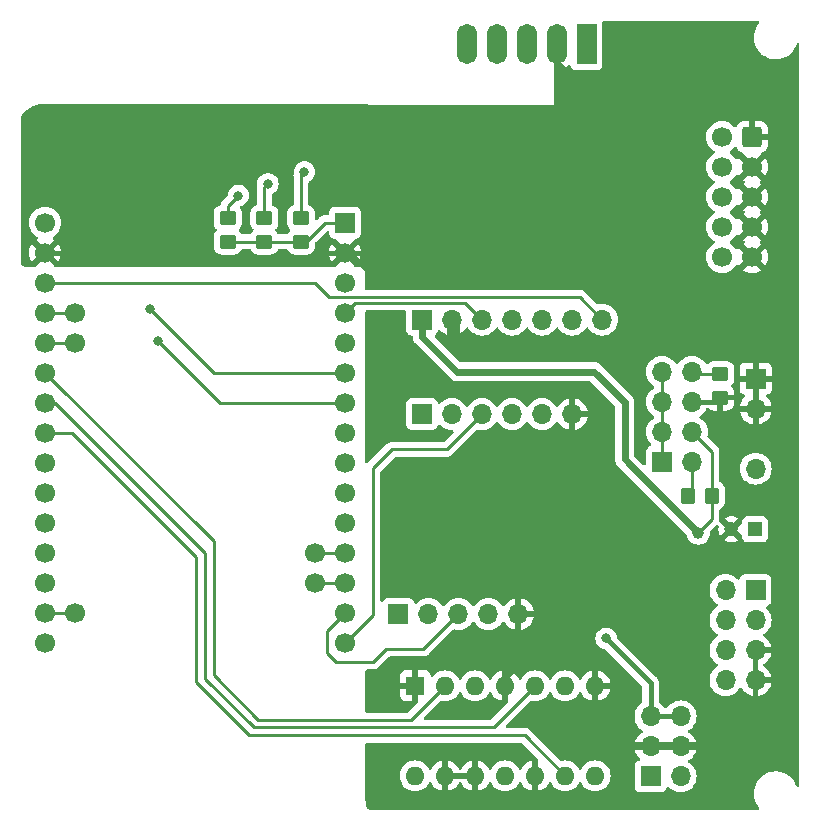
<source format=gtl>
G04 #@! TF.GenerationSoftware,KiCad,Pcbnew,7.0.5*
G04 #@! TF.CreationDate,2024-02-16T17:16:27-05:00*
G04 #@! TF.ProjectId,SoyuzControlBoard,536f7975-7a43-46f6-9e74-726f6c426f61,rev?*
G04 #@! TF.SameCoordinates,Original*
G04 #@! TF.FileFunction,Copper,L1,Top*
G04 #@! TF.FilePolarity,Positive*
%FSLAX46Y46*%
G04 Gerber Fmt 4.6, Leading zero omitted, Abs format (unit mm)*
G04 Created by KiCad (PCBNEW 7.0.5) date 2024-02-16 17:16:27*
%MOMM*%
%LPD*%
G01*
G04 APERTURE LIST*
G04 Aperture macros list*
%AMRoundRect*
0 Rectangle with rounded corners*
0 $1 Rounding radius*
0 $2 $3 $4 $5 $6 $7 $8 $9 X,Y pos of 4 corners*
0 Add a 4 corners polygon primitive as box body*
4,1,4,$2,$3,$4,$5,$6,$7,$8,$9,$2,$3,0*
0 Add four circle primitives for the rounded corners*
1,1,$1+$1,$2,$3*
1,1,$1+$1,$4,$5*
1,1,$1+$1,$6,$7*
1,1,$1+$1,$8,$9*
0 Add four rect primitives between the rounded corners*
20,1,$1+$1,$2,$3,$4,$5,0*
20,1,$1+$1,$4,$5,$6,$7,0*
20,1,$1+$1,$6,$7,$8,$9,0*
20,1,$1+$1,$8,$9,$2,$3,0*%
G04 Aperture macros list end*
G04 #@! TA.AperFunction,ComponentPad*
%ADD10R,1.700000X1.700000*%
G04 #@! TD*
G04 #@! TA.AperFunction,ComponentPad*
%ADD11O,1.700000X1.700000*%
G04 #@! TD*
G04 #@! TA.AperFunction,ComponentPad*
%ADD12C,1.700000*%
G04 #@! TD*
G04 #@! TA.AperFunction,SMDPad,CuDef*
%ADD13RoundRect,0.250000X0.450000X-0.350000X0.450000X0.350000X-0.450000X0.350000X-0.450000X-0.350000X0*%
G04 #@! TD*
G04 #@! TA.AperFunction,SMDPad,CuDef*
%ADD14RoundRect,0.250000X-0.450000X0.350000X-0.450000X-0.350000X0.450000X-0.350000X0.450000X0.350000X0*%
G04 #@! TD*
G04 #@! TA.AperFunction,SMDPad,CuDef*
%ADD15RoundRect,0.250000X-0.350000X-0.450000X0.350000X-0.450000X0.350000X0.450000X-0.350000X0.450000X0*%
G04 #@! TD*
G04 #@! TA.AperFunction,ComponentPad*
%ADD16R,1.200000X1.200000*%
G04 #@! TD*
G04 #@! TA.AperFunction,ComponentPad*
%ADD17C,1.200000*%
G04 #@! TD*
G04 #@! TA.AperFunction,ComponentPad*
%ADD18RoundRect,0.250000X0.600000X0.600000X-0.600000X0.600000X-0.600000X-0.600000X0.600000X-0.600000X0*%
G04 #@! TD*
G04 #@! TA.AperFunction,ComponentPad*
%ADD19R,1.600000X1.600000*%
G04 #@! TD*
G04 #@! TA.AperFunction,ComponentPad*
%ADD20O,1.600000X1.600000*%
G04 #@! TD*
G04 #@! TA.AperFunction,ComponentPad*
%ADD21R,1.700000X3.400000*%
G04 #@! TD*
G04 #@! TA.AperFunction,ComponentPad*
%ADD22O,1.700000X3.400000*%
G04 #@! TD*
G04 #@! TA.AperFunction,ViaPad*
%ADD23C,0.800000*%
G04 #@! TD*
G04 #@! TA.AperFunction,ViaPad*
%ADD24C,1.000000*%
G04 #@! TD*
G04 #@! TA.AperFunction,Conductor*
%ADD25C,0.700000*%
G04 #@! TD*
G04 #@! TA.AperFunction,Conductor*
%ADD26C,0.400000*%
G04 #@! TD*
G04 #@! TA.AperFunction,Conductor*
%ADD27C,0.600000*%
G04 #@! TD*
G04 #@! TA.AperFunction,Conductor*
%ADD28C,0.250000*%
G04 #@! TD*
G04 APERTURE END LIST*
D10*
X118400000Y-84980000D03*
D11*
X120940000Y-84980000D03*
X118400000Y-82440000D03*
X120940000Y-82440000D03*
X118400000Y-79900000D03*
X120940000Y-79900000D03*
D12*
X69700000Y-45720000D03*
D13*
X85700000Y-39700000D03*
X85700000Y-37700000D03*
D12*
X90020000Y-68580000D03*
D13*
X82600000Y-39700000D03*
X82600000Y-37700000D03*
D14*
X124300000Y-50900000D03*
X124300000Y-52900000D03*
D13*
X88800000Y-39700000D03*
X88800000Y-37700000D03*
D15*
X121600000Y-61200000D03*
X123600000Y-61200000D03*
D12*
X69700000Y-48260000D03*
D10*
X127290000Y-69200000D03*
D11*
X124750000Y-69200000D03*
X127290000Y-71740000D03*
X124750000Y-71740000D03*
X127290000Y-74280000D03*
X124750000Y-74280000D03*
X127290000Y-76820000D03*
X124750000Y-76820000D03*
D12*
X69700000Y-71120000D03*
X90020000Y-66040000D03*
D16*
X127250000Y-64050000D03*
D17*
X125250000Y-64050000D03*
D10*
X119360000Y-58340000D03*
D11*
X121900000Y-58340000D03*
X119360000Y-55800000D03*
X121900000Y-55800000D03*
X119360000Y-53260000D03*
X121900000Y-53260000D03*
X119360000Y-50720000D03*
X121900000Y-50720000D03*
D18*
X127000000Y-30840000D03*
D12*
X124460000Y-30840000D03*
X127000000Y-33380000D03*
X124460000Y-33380000D03*
X127000000Y-35920000D03*
X124460000Y-35920000D03*
X127000000Y-38460000D03*
X124460000Y-38460000D03*
X127000000Y-41000000D03*
X124460000Y-41000000D03*
D10*
X92539500Y-38100000D03*
D12*
X92539500Y-40640000D03*
X92539500Y-43180000D03*
X92539500Y-45720000D03*
X92539500Y-48260000D03*
X92539500Y-50800000D03*
X92539500Y-53340000D03*
X92539500Y-55880000D03*
X92539500Y-58420000D03*
X92539500Y-60960000D03*
X92539500Y-63500000D03*
X92539500Y-66040000D03*
X92539500Y-68580000D03*
X92539500Y-71120000D03*
X92539500Y-73660000D03*
X67139500Y-73660000D03*
X67139500Y-71120000D03*
X67139500Y-68580000D03*
X67139500Y-66040000D03*
X67139500Y-63500000D03*
X67139500Y-60960000D03*
X67139500Y-58420000D03*
X67139500Y-55880000D03*
X67139500Y-53340000D03*
X67139500Y-50800000D03*
X67139500Y-48260000D03*
X67139500Y-45720000D03*
X67139500Y-43180000D03*
X67139500Y-40640000D03*
X67139500Y-38100000D03*
D19*
X98475000Y-77300000D03*
D20*
X101015000Y-77300000D03*
X103555000Y-77300000D03*
X106095000Y-77300000D03*
X108635000Y-77300000D03*
X111175000Y-77300000D03*
X113715000Y-77300000D03*
X113715000Y-84920000D03*
X111175000Y-84920000D03*
X108635000Y-84920000D03*
X106095000Y-84920000D03*
X103555000Y-84920000D03*
X101015000Y-84920000D03*
X98475000Y-84920000D03*
D21*
X112980000Y-23000000D03*
D22*
X110440000Y-23000000D03*
X107900000Y-23000000D03*
X105360000Y-23000000D03*
X102820000Y-23000000D03*
D10*
X127300000Y-51300000D03*
D11*
X127300000Y-53840000D03*
X127300000Y-58920000D03*
D10*
X99060000Y-54305200D03*
D11*
X101600000Y-54305200D03*
X104140000Y-54305200D03*
X106680000Y-54305200D03*
X109220000Y-54305200D03*
X111760000Y-54305200D03*
D10*
X97050000Y-71225000D03*
D11*
X99590000Y-71225000D03*
X102130000Y-71225000D03*
X104670000Y-71225000D03*
X107210000Y-71225000D03*
D10*
X99060000Y-46300000D03*
D11*
X101600000Y-46300000D03*
X104140000Y-46300000D03*
X106680000Y-46300000D03*
X109220000Y-46300000D03*
X111760000Y-46300000D03*
X114300000Y-46300000D03*
D23*
X114637500Y-73300000D03*
D24*
X122440000Y-64350000D03*
X112600000Y-64300000D03*
X96250000Y-82750000D03*
X111600000Y-73700000D03*
D23*
X76700000Y-48100000D03*
X76000000Y-45400000D03*
X89100000Y-33800000D03*
X86000000Y-34800000D03*
X83500000Y-35800000D03*
D25*
X122960000Y-82440000D02*
X123000000Y-82400000D01*
X120940000Y-82440000D02*
X122960000Y-82440000D01*
X118400000Y-82440000D02*
X116760000Y-82440000D01*
D26*
X118400000Y-79900000D02*
X120940000Y-79900000D01*
X118400000Y-77062500D02*
X114637500Y-73300000D01*
X118400000Y-79900000D02*
X118400000Y-77062500D01*
D25*
X118400000Y-82440000D02*
X120940000Y-82440000D01*
D27*
X116200000Y-58110000D02*
X116200000Y-53300000D01*
X116200000Y-58110000D02*
X122440000Y-64350000D01*
D28*
X123600000Y-57500000D02*
X123600000Y-61200000D01*
D27*
X99060000Y-47750000D02*
X99060000Y-46300000D01*
D28*
X123600000Y-61200000D02*
X123600000Y-63190000D01*
X121900000Y-55800000D02*
X123600000Y-57500000D01*
D27*
X116200000Y-53300000D02*
X113600000Y-50700000D01*
X102010000Y-50700000D02*
X99060000Y-47750000D01*
X113600000Y-50700000D02*
X102010000Y-50700000D01*
D28*
X123600000Y-63190000D02*
X122440000Y-64350000D01*
D26*
X101300000Y-46600000D02*
X101300000Y-47800000D01*
D27*
X106095000Y-76605000D02*
X106700000Y-76000000D01*
D26*
X92940000Y-40640000D02*
X94600000Y-42300000D01*
X121900000Y-53260000D02*
X123940000Y-53260000D01*
X92539500Y-40640000D02*
X95060000Y-40640000D01*
X106095000Y-77300000D02*
X106095000Y-76605000D01*
X90460000Y-40640000D02*
X90100000Y-41000000D01*
X123940000Y-53260000D02*
X124300000Y-52900000D01*
X92539500Y-40640000D02*
X92940000Y-40640000D01*
X71160000Y-40640000D02*
X71250000Y-40550000D01*
D27*
X110440000Y-23800000D02*
X110440000Y-24590000D01*
D26*
X101600000Y-46300000D02*
X102000000Y-46700000D01*
X102000000Y-46700000D02*
X102000000Y-47800000D01*
X91927500Y-40640000D02*
X90460000Y-40640000D01*
X67139500Y-40640000D02*
X71160000Y-40640000D01*
X106095000Y-77300000D02*
X106095000Y-76505000D01*
D27*
X110440000Y-24590000D02*
X111000000Y-25150000D01*
D26*
X95060000Y-40640000D02*
X95100000Y-40600000D01*
X91927500Y-40640000D02*
X92540000Y-40640000D01*
D28*
X91800000Y-75300000D02*
X91000000Y-74500000D01*
X99155000Y-74200000D02*
X96000000Y-74200000D01*
X91000000Y-72659500D02*
X92539500Y-71120000D01*
X91000000Y-74500000D02*
X91000000Y-72659500D01*
X96000000Y-74200000D02*
X94900000Y-75300000D01*
X94900000Y-75300000D02*
X91800000Y-75300000D01*
X102130000Y-71225000D02*
X99155000Y-74200000D01*
X66527500Y-45720000D02*
X69088000Y-45720000D01*
X84400000Y-81500000D02*
X107755000Y-81500000D01*
X69380000Y-55880000D02*
X67139500Y-55880000D01*
X79900000Y-77000000D02*
X84400000Y-81500000D01*
X111175000Y-84920000D02*
X107755000Y-81500000D01*
X69380000Y-55880000D02*
X79900000Y-66400000D01*
X79900000Y-66400000D02*
X79900000Y-77000000D01*
X80700000Y-76700000D02*
X84800000Y-80800000D01*
X84800000Y-80800000D02*
X105135000Y-80800000D01*
X67139500Y-53340000D02*
X67941713Y-53340000D01*
X80700000Y-66098287D02*
X80700000Y-76700000D01*
X105135000Y-80800000D02*
X108635000Y-77300000D01*
X67941713Y-53340000D02*
X80700000Y-66098287D01*
X66527500Y-53340000D02*
X67941713Y-53340000D01*
X81400000Y-76400000D02*
X81400000Y-65060500D01*
X98115000Y-80200000D02*
X85200000Y-80200000D01*
X81400000Y-65060500D02*
X67139500Y-50800000D01*
X85200000Y-80200000D02*
X81400000Y-76400000D01*
X101015000Y-77300000D02*
X98115000Y-80200000D01*
X89408000Y-66040000D02*
X91927500Y-66040000D01*
X91927500Y-68580000D02*
X89408000Y-68580000D01*
X81940000Y-53340000D02*
X91927500Y-53340000D01*
X76700000Y-48100000D02*
X81940000Y-53340000D01*
X81400000Y-50800000D02*
X91927500Y-50800000D01*
X76000000Y-45400000D02*
X81400000Y-50800000D01*
X96500000Y-57300000D02*
X101145200Y-57300000D01*
X92539500Y-73660000D02*
X94900000Y-71299500D01*
X94900000Y-71299500D02*
X94900000Y-58900000D01*
X94900000Y-58900000D02*
X96500000Y-57300000D01*
X101145200Y-57300000D02*
X104140000Y-54305200D01*
X112400000Y-44400000D02*
X114300000Y-46300000D01*
X90000000Y-43200000D02*
X91200000Y-44400000D01*
X91200000Y-44400000D02*
X112400000Y-44400000D01*
X66547500Y-43200000D02*
X90000000Y-43200000D01*
X102710000Y-44870000D02*
X93389500Y-44870000D01*
X104140000Y-46300000D02*
X102710000Y-44870000D01*
X93389500Y-44870000D02*
X92539500Y-45720000D01*
X119360000Y-58340000D02*
X119360000Y-55800000D01*
X119360000Y-55800000D02*
X119360000Y-53260000D01*
X119360000Y-53260000D02*
X119360000Y-50720000D01*
X88800000Y-34100000D02*
X89100000Y-33800000D01*
X88800000Y-37700000D02*
X88800000Y-34100000D01*
X85700000Y-37700000D02*
X85700000Y-35100000D01*
X85700000Y-35100000D02*
X86000000Y-34800000D01*
X82600000Y-36700000D02*
X83500000Y-35800000D01*
X82600000Y-37700000D02*
X82600000Y-36700000D01*
X88800000Y-39700000D02*
X89200000Y-39700000D01*
X85700000Y-39700000D02*
X88800000Y-39700000D01*
X82600000Y-39700000D02*
X85700000Y-39700000D01*
X89200000Y-39700000D02*
X90800000Y-38100000D01*
X90800000Y-38100000D02*
X92539500Y-38100000D01*
X66527500Y-48260000D02*
X69088000Y-48260000D01*
X69088000Y-71120000D02*
X66527500Y-71120000D01*
X121900000Y-60900000D02*
X121600000Y-61200000D01*
X121900000Y-58340000D02*
X121900000Y-60900000D01*
X122080000Y-50900000D02*
X121900000Y-50720000D01*
X124300000Y-50900000D02*
X122080000Y-50900000D01*
G04 #@! TA.AperFunction,Conductor*
G36*
X94390851Y-28052381D02*
G01*
X94420394Y-28058258D01*
X94465093Y-28076773D01*
X94480545Y-28087097D01*
X94500273Y-28100279D01*
X94500287Y-28100296D01*
X94500291Y-28100292D01*
X94500294Y-28100294D01*
X94950000Y-28550000D01*
X94950000Y-41650000D01*
X94750000Y-41850000D01*
X93192890Y-41850000D01*
X93205610Y-41824838D01*
X93224905Y-41808119D01*
X93300873Y-41754925D01*
X92672033Y-41126086D01*
X92681815Y-41124680D01*
X92812600Y-41064952D01*
X92921261Y-40970798D01*
X92998993Y-40849844D01*
X93022577Y-40769523D01*
X93654426Y-41401373D01*
X93713098Y-41317582D01*
X93713100Y-41317578D01*
X93812929Y-41103492D01*
X93812933Y-41103483D01*
X93874067Y-40875326D01*
X93874069Y-40875315D01*
X93894657Y-40640001D01*
X93894657Y-40639998D01*
X93874069Y-40404684D01*
X93874067Y-40404673D01*
X93812933Y-40176516D01*
X93812929Y-40176507D01*
X93713100Y-39962423D01*
X93713099Y-39962421D01*
X93654425Y-39878626D01*
X93654425Y-39878625D01*
X93022576Y-40510474D01*
X92998993Y-40430156D01*
X92921261Y-40309202D01*
X92812600Y-40215048D01*
X92681815Y-40155320D01*
X92672034Y-40153913D01*
X93339129Y-39486818D01*
X93400452Y-39453333D01*
X93426809Y-39450499D01*
X93437372Y-39450499D01*
X93496983Y-39444091D01*
X93631831Y-39393796D01*
X93747046Y-39307546D01*
X93833296Y-39192331D01*
X93883591Y-39057483D01*
X93890000Y-38997873D01*
X93889999Y-37202128D01*
X93883591Y-37142517D01*
X93841873Y-37030666D01*
X93833297Y-37007671D01*
X93833293Y-37007664D01*
X93747047Y-36892455D01*
X93747044Y-36892452D01*
X93631835Y-36806206D01*
X93631828Y-36806202D01*
X93496982Y-36755908D01*
X93496983Y-36755908D01*
X93437383Y-36749501D01*
X93437381Y-36749500D01*
X93437373Y-36749500D01*
X93437364Y-36749500D01*
X91641629Y-36749500D01*
X91641623Y-36749501D01*
X91582016Y-36755908D01*
X91447171Y-36806202D01*
X91447164Y-36806206D01*
X91331955Y-36892452D01*
X91331952Y-36892455D01*
X91245706Y-37007664D01*
X91245702Y-37007671D01*
X91195408Y-37142517D01*
X91189529Y-37197203D01*
X91189001Y-37202123D01*
X91189000Y-37202135D01*
X91189000Y-37350500D01*
X91169315Y-37417539D01*
X91116511Y-37463294D01*
X91065000Y-37474500D01*
X90882743Y-37474500D01*
X90867122Y-37472775D01*
X90867095Y-37473061D01*
X90859333Y-37472326D01*
X90791140Y-37474469D01*
X90789193Y-37474500D01*
X90760649Y-37474500D01*
X90753778Y-37475367D01*
X90747959Y-37475825D01*
X90701374Y-37477289D01*
X90701368Y-37477290D01*
X90682126Y-37482880D01*
X90663087Y-37486823D01*
X90643217Y-37489334D01*
X90643203Y-37489337D01*
X90599883Y-37506488D01*
X90594358Y-37508380D01*
X90549613Y-37521380D01*
X90549610Y-37521381D01*
X90532366Y-37531579D01*
X90514905Y-37540133D01*
X90496274Y-37547510D01*
X90496262Y-37547517D01*
X90458570Y-37574902D01*
X90453687Y-37578109D01*
X90413580Y-37601829D01*
X90399414Y-37615995D01*
X90384624Y-37628627D01*
X90368414Y-37640404D01*
X90368411Y-37640407D01*
X90338710Y-37676309D01*
X90334777Y-37680631D01*
X90212180Y-37803228D01*
X90150857Y-37836713D01*
X90081165Y-37831729D01*
X90025232Y-37789857D01*
X90000815Y-37724393D01*
X90000499Y-37715547D01*
X90000499Y-37299998D01*
X90000498Y-37299981D01*
X89989999Y-37197203D01*
X89989998Y-37197200D01*
X89945033Y-37061505D01*
X89934814Y-37030666D01*
X89842712Y-36881344D01*
X89718656Y-36757288D01*
X89623047Y-36698316D01*
X89569336Y-36665187D01*
X89569335Y-36665186D01*
X89569334Y-36665186D01*
X89510493Y-36645688D01*
X89453051Y-36605916D01*
X89426228Y-36541400D01*
X89425500Y-36527983D01*
X89425500Y-34721323D01*
X89445185Y-34654284D01*
X89497989Y-34608529D01*
X89498842Y-34608143D01*
X89552730Y-34584151D01*
X89705871Y-34472888D01*
X89832533Y-34332216D01*
X89927179Y-34168284D01*
X89985674Y-33988256D01*
X90005460Y-33800000D01*
X89985674Y-33611744D01*
X89927179Y-33431716D01*
X89832533Y-33267784D01*
X89705871Y-33127112D01*
X89705870Y-33127111D01*
X89552734Y-33015851D01*
X89552729Y-33015848D01*
X89379807Y-32938857D01*
X89379802Y-32938855D01*
X89234000Y-32907865D01*
X89194646Y-32899500D01*
X89005354Y-32899500D01*
X88972897Y-32906398D01*
X88820197Y-32938855D01*
X88820192Y-32938857D01*
X88647270Y-33015848D01*
X88647265Y-33015851D01*
X88494129Y-33127111D01*
X88367466Y-33267785D01*
X88272821Y-33431715D01*
X88272818Y-33431722D01*
X88214327Y-33611740D01*
X88214326Y-33611744D01*
X88194540Y-33800000D01*
X88194540Y-33800001D01*
X88201638Y-33867544D01*
X88194245Y-33915889D01*
X88196738Y-33916614D01*
X88194561Y-33924105D01*
X88187271Y-33970127D01*
X88186087Y-33975846D01*
X88174501Y-34020972D01*
X88174500Y-34020982D01*
X88174500Y-34041016D01*
X88172973Y-34060415D01*
X88169840Y-34080194D01*
X88169840Y-34080195D01*
X88174225Y-34126583D01*
X88174500Y-34132421D01*
X88174500Y-36527983D01*
X88154815Y-36595022D01*
X88102011Y-36640777D01*
X88089510Y-36645686D01*
X88042870Y-36661142D01*
X88030666Y-36665186D01*
X88030663Y-36665187D01*
X87881342Y-36757289D01*
X87757289Y-36881342D01*
X87665187Y-37030663D01*
X87665185Y-37030668D01*
X87637349Y-37114670D01*
X87610001Y-37197203D01*
X87610001Y-37197204D01*
X87610000Y-37197204D01*
X87599500Y-37299983D01*
X87599500Y-38100001D01*
X87599501Y-38100019D01*
X87610000Y-38202796D01*
X87610001Y-38202799D01*
X87665185Y-38369331D01*
X87665187Y-38369336D01*
X87757289Y-38518657D01*
X87850951Y-38612319D01*
X87884436Y-38673642D01*
X87879452Y-38743334D01*
X87850951Y-38787681D01*
X87757289Y-38881342D01*
X87757287Y-38881344D01*
X87757288Y-38881344D01*
X87685414Y-38997872D01*
X87674481Y-39015597D01*
X87622533Y-39062321D01*
X87568942Y-39074500D01*
X86931058Y-39074500D01*
X86864019Y-39054815D01*
X86825519Y-39015597D01*
X86814587Y-38997873D01*
X86742712Y-38881344D01*
X86649049Y-38787680D01*
X86615564Y-38726358D01*
X86620548Y-38656666D01*
X86649049Y-38612319D01*
X86649051Y-38612317D01*
X86742712Y-38518656D01*
X86834814Y-38369334D01*
X86889999Y-38202797D01*
X86900500Y-38100009D01*
X86900499Y-37299992D01*
X86889999Y-37197203D01*
X86834814Y-37030666D01*
X86742712Y-36881344D01*
X86618656Y-36757288D01*
X86523047Y-36698316D01*
X86469336Y-36665187D01*
X86469335Y-36665186D01*
X86469334Y-36665186D01*
X86410493Y-36645688D01*
X86353051Y-36605916D01*
X86326228Y-36541400D01*
X86325500Y-36527983D01*
X86325500Y-35721323D01*
X86345185Y-35654284D01*
X86397989Y-35608529D01*
X86398842Y-35608143D01*
X86452730Y-35584151D01*
X86605871Y-35472888D01*
X86732533Y-35332216D01*
X86827179Y-35168284D01*
X86885674Y-34988256D01*
X86905460Y-34800000D01*
X86885674Y-34611744D01*
X86827179Y-34431716D01*
X86732533Y-34267784D01*
X86605871Y-34127112D01*
X86605143Y-34126583D01*
X86452734Y-34015851D01*
X86452729Y-34015848D01*
X86279807Y-33938857D01*
X86279802Y-33938855D01*
X86134001Y-33907865D01*
X86094646Y-33899500D01*
X85905354Y-33899500D01*
X85872897Y-33906398D01*
X85720197Y-33938855D01*
X85720192Y-33938857D01*
X85547270Y-34015848D01*
X85547265Y-34015851D01*
X85394129Y-34127111D01*
X85267466Y-34267785D01*
X85172821Y-34431715D01*
X85172818Y-34431722D01*
X85114327Y-34611740D01*
X85114326Y-34611744D01*
X85109855Y-34654284D01*
X85094540Y-34800001D01*
X85101638Y-34867544D01*
X85094245Y-34915889D01*
X85096738Y-34916614D01*
X85094561Y-34924105D01*
X85087271Y-34970127D01*
X85086087Y-34975846D01*
X85074501Y-35020972D01*
X85074500Y-35020982D01*
X85074500Y-35041016D01*
X85072973Y-35060415D01*
X85069840Y-35080194D01*
X85069840Y-35080195D01*
X85074225Y-35126583D01*
X85074500Y-35132421D01*
X85074500Y-36527983D01*
X85054815Y-36595022D01*
X85002011Y-36640777D01*
X84989510Y-36645686D01*
X84942870Y-36661142D01*
X84930666Y-36665186D01*
X84930663Y-36665187D01*
X84781342Y-36757289D01*
X84657289Y-36881342D01*
X84565187Y-37030663D01*
X84565185Y-37030668D01*
X84537349Y-37114670D01*
X84510001Y-37197203D01*
X84510001Y-37197204D01*
X84510000Y-37197204D01*
X84499500Y-37299983D01*
X84499500Y-38100001D01*
X84499501Y-38100019D01*
X84510000Y-38202796D01*
X84510001Y-38202799D01*
X84565185Y-38369331D01*
X84565187Y-38369336D01*
X84657289Y-38518657D01*
X84750951Y-38612319D01*
X84784436Y-38673642D01*
X84779452Y-38743334D01*
X84750951Y-38787681D01*
X84657289Y-38881342D01*
X84657287Y-38881344D01*
X84657288Y-38881344D01*
X84585414Y-38997872D01*
X84574481Y-39015597D01*
X84522533Y-39062321D01*
X84468942Y-39074500D01*
X83831058Y-39074500D01*
X83764019Y-39054815D01*
X83725519Y-39015597D01*
X83714587Y-38997873D01*
X83642712Y-38881344D01*
X83549048Y-38787680D01*
X83515564Y-38726356D01*
X83520548Y-38656665D01*
X83549045Y-38612322D01*
X83642712Y-38518656D01*
X83734814Y-38369334D01*
X83789999Y-38202797D01*
X83800500Y-38100009D01*
X83800499Y-37299992D01*
X83789999Y-37197203D01*
X83734814Y-37030666D01*
X83642712Y-36881344D01*
X83642709Y-36881341D01*
X83638234Y-36875681D01*
X83640444Y-36873932D01*
X83613147Y-36823941D01*
X83618131Y-36754249D01*
X83660003Y-36698316D01*
X83708532Y-36676293D01*
X83711842Y-36675589D01*
X83779803Y-36661144D01*
X83952730Y-36584151D01*
X84105871Y-36472888D01*
X84232533Y-36332216D01*
X84327179Y-36168284D01*
X84385674Y-35988256D01*
X84405460Y-35800000D01*
X84385674Y-35611744D01*
X84327179Y-35431716D01*
X84232533Y-35267784D01*
X84105871Y-35127112D01*
X84105143Y-35126583D01*
X83952734Y-35015851D01*
X83952729Y-35015848D01*
X83779807Y-34938857D01*
X83779802Y-34938855D01*
X83634001Y-34907865D01*
X83594646Y-34899500D01*
X83405354Y-34899500D01*
X83372897Y-34906398D01*
X83220197Y-34938855D01*
X83220192Y-34938857D01*
X83047270Y-35015848D01*
X83047265Y-35015851D01*
X82894129Y-35127111D01*
X82767466Y-35267785D01*
X82672821Y-35431715D01*
X82672818Y-35431722D01*
X82614327Y-35611740D01*
X82614326Y-35611744D01*
X82609855Y-35654284D01*
X82596679Y-35779649D01*
X82570094Y-35844263D01*
X82561039Y-35854368D01*
X82216208Y-36199199D01*
X82203951Y-36209020D01*
X82204134Y-36209241D01*
X82198122Y-36214214D01*
X82151432Y-36263932D01*
X82150079Y-36265329D01*
X82129889Y-36285519D01*
X82129877Y-36285532D01*
X82125621Y-36291017D01*
X82121837Y-36295447D01*
X82089937Y-36329418D01*
X82089936Y-36329420D01*
X82080284Y-36346976D01*
X82069610Y-36363226D01*
X82057329Y-36379061D01*
X82057324Y-36379068D01*
X82038815Y-36421838D01*
X82036245Y-36427084D01*
X82013803Y-36467906D01*
X82008822Y-36487307D01*
X82002521Y-36505710D01*
X81994562Y-36524102D01*
X81994561Y-36524107D01*
X81991866Y-36541122D01*
X81961935Y-36604256D01*
X81908398Y-36639427D01*
X81842870Y-36661142D01*
X81830666Y-36665186D01*
X81681342Y-36757289D01*
X81557289Y-36881342D01*
X81465187Y-37030663D01*
X81465185Y-37030668D01*
X81437349Y-37114670D01*
X81410001Y-37197203D01*
X81410001Y-37197204D01*
X81410000Y-37197204D01*
X81399500Y-37299983D01*
X81399500Y-38100001D01*
X81399501Y-38100019D01*
X81410000Y-38202796D01*
X81410001Y-38202799D01*
X81465185Y-38369331D01*
X81465187Y-38369336D01*
X81557289Y-38518657D01*
X81650951Y-38612319D01*
X81684436Y-38673642D01*
X81679452Y-38743334D01*
X81650951Y-38787681D01*
X81557289Y-38881342D01*
X81465187Y-39030663D01*
X81465185Y-39030668D01*
X81450661Y-39074500D01*
X81410001Y-39197203D01*
X81410001Y-39197204D01*
X81410000Y-39197204D01*
X81399500Y-39299983D01*
X81399500Y-40100001D01*
X81399501Y-40100019D01*
X81410000Y-40202796D01*
X81410001Y-40202799D01*
X81465185Y-40369331D01*
X81465187Y-40369336D01*
X81486983Y-40404673D01*
X81557288Y-40518656D01*
X81681344Y-40642712D01*
X81830666Y-40734814D01*
X81997203Y-40789999D01*
X82099991Y-40800500D01*
X83100008Y-40800499D01*
X83100016Y-40800498D01*
X83100019Y-40800498D01*
X83156302Y-40794748D01*
X83202797Y-40789999D01*
X83369334Y-40734814D01*
X83518656Y-40642712D01*
X83642712Y-40518656D01*
X83725519Y-40384402D01*
X83777467Y-40337679D01*
X83831058Y-40325500D01*
X84468942Y-40325500D01*
X84535981Y-40345185D01*
X84574479Y-40384401D01*
X84657288Y-40518656D01*
X84781344Y-40642712D01*
X84930666Y-40734814D01*
X85097203Y-40789999D01*
X85199991Y-40800500D01*
X86200008Y-40800499D01*
X86200016Y-40800498D01*
X86200019Y-40800498D01*
X86256302Y-40794748D01*
X86302797Y-40789999D01*
X86469334Y-40734814D01*
X86618656Y-40642712D01*
X86742712Y-40518656D01*
X86825519Y-40384402D01*
X86877467Y-40337679D01*
X86931058Y-40325500D01*
X87568942Y-40325500D01*
X87635981Y-40345185D01*
X87674479Y-40384401D01*
X87757288Y-40518656D01*
X87881344Y-40642712D01*
X88030666Y-40734814D01*
X88197203Y-40789999D01*
X88299991Y-40800500D01*
X89300008Y-40800499D01*
X89300016Y-40800498D01*
X89300019Y-40800498D01*
X89356302Y-40794748D01*
X89402797Y-40789999D01*
X89569334Y-40734814D01*
X89718656Y-40642712D01*
X89842712Y-40518656D01*
X89934814Y-40369334D01*
X89989999Y-40202797D01*
X90000500Y-40100009D01*
X90000499Y-39835450D01*
X90020183Y-39768412D01*
X90036813Y-39747775D01*
X90977322Y-38807267D01*
X91038643Y-38773784D01*
X91108335Y-38778768D01*
X91164268Y-38820640D01*
X91188685Y-38886104D01*
X91189001Y-38894950D01*
X91189001Y-38997876D01*
X91195408Y-39057483D01*
X91245702Y-39192328D01*
X91245706Y-39192335D01*
X91331952Y-39307544D01*
X91331955Y-39307547D01*
X91447164Y-39393793D01*
X91447171Y-39393797D01*
X91492118Y-39410560D01*
X91582017Y-39444091D01*
X91641627Y-39450500D01*
X91652184Y-39450499D01*
X91719222Y-39470179D01*
X91739871Y-39486818D01*
X92406966Y-40153913D01*
X92397185Y-40155320D01*
X92266400Y-40215048D01*
X92157739Y-40309202D01*
X92080007Y-40430156D01*
X92056423Y-40510476D01*
X91424572Y-39878625D01*
X91365901Y-39962419D01*
X91266070Y-40176507D01*
X91266066Y-40176516D01*
X91204932Y-40404673D01*
X91204930Y-40404684D01*
X91184343Y-40639998D01*
X91184343Y-40640001D01*
X91204930Y-40875315D01*
X91204932Y-40875326D01*
X91266066Y-41103483D01*
X91266070Y-41103492D01*
X91365900Y-41317579D01*
X91365902Y-41317583D01*
X91424572Y-41401373D01*
X91424573Y-41401373D01*
X92056423Y-40769523D01*
X92080007Y-40849844D01*
X92157739Y-40970798D01*
X92266400Y-41064952D01*
X92397185Y-41124680D01*
X92406966Y-41126086D01*
X91763780Y-41769270D01*
X91760881Y-41783695D01*
X91712265Y-41833877D01*
X91651121Y-41850000D01*
X68027878Y-41850000D01*
X67960839Y-41830315D01*
X67915084Y-41777511D01*
X67913341Y-41767393D01*
X67272033Y-41126086D01*
X67281815Y-41124680D01*
X67412600Y-41064952D01*
X67521261Y-40970798D01*
X67598993Y-40849844D01*
X67622576Y-40769524D01*
X68254425Y-41401373D01*
X68254426Y-41401373D01*
X68313098Y-41317582D01*
X68313100Y-41317578D01*
X68412929Y-41103492D01*
X68412933Y-41103483D01*
X68474067Y-40875326D01*
X68474069Y-40875315D01*
X68494657Y-40640001D01*
X68494657Y-40639998D01*
X68474069Y-40404684D01*
X68474067Y-40404673D01*
X68412933Y-40176516D01*
X68412929Y-40176507D01*
X68313100Y-39962423D01*
X68313099Y-39962421D01*
X68254425Y-39878626D01*
X68254425Y-39878625D01*
X67622576Y-40510475D01*
X67598993Y-40430156D01*
X67521261Y-40309202D01*
X67412600Y-40215048D01*
X67281815Y-40155320D01*
X67272033Y-40153913D01*
X67900873Y-39525073D01*
X67900873Y-39525072D01*
X67824905Y-39471880D01*
X67781280Y-39417304D01*
X67774086Y-39347805D01*
X67805608Y-39285451D01*
X67824899Y-39268734D01*
X68010901Y-39138495D01*
X68177995Y-38971401D01*
X68313535Y-38777830D01*
X68413403Y-38563663D01*
X68474563Y-38335408D01*
X68495159Y-38100000D01*
X68474563Y-37864592D01*
X68413403Y-37636337D01*
X68313535Y-37422171D01*
X68227979Y-37299983D01*
X68177994Y-37228597D01*
X68010902Y-37061506D01*
X68010895Y-37061501D01*
X67817334Y-36925967D01*
X67817330Y-36925965D01*
X67817328Y-36925964D01*
X67603163Y-36826097D01*
X67603159Y-36826096D01*
X67603155Y-36826094D01*
X67374913Y-36764938D01*
X67374903Y-36764936D01*
X67139501Y-36744341D01*
X67139499Y-36744341D01*
X66904096Y-36764936D01*
X66904086Y-36764938D01*
X66675844Y-36826094D01*
X66675835Y-36826098D01*
X66461671Y-36925964D01*
X66461669Y-36925965D01*
X66268097Y-37061505D01*
X66101005Y-37228597D01*
X65965465Y-37422169D01*
X65965464Y-37422171D01*
X65865598Y-37636335D01*
X65865594Y-37636344D01*
X65804438Y-37864586D01*
X65804436Y-37864596D01*
X65783841Y-38099999D01*
X65783841Y-38100000D01*
X65804436Y-38335403D01*
X65804438Y-38335413D01*
X65865594Y-38563655D01*
X65865596Y-38563659D01*
X65865597Y-38563663D01*
X65908965Y-38656665D01*
X65965465Y-38777830D01*
X65965467Y-38777834D01*
X66037945Y-38881342D01*
X66101005Y-38971401D01*
X66268099Y-39138495D01*
X66454094Y-39268730D01*
X66497718Y-39323307D01*
X66504911Y-39392806D01*
X66473389Y-39455160D01*
X66454093Y-39471880D01*
X66378126Y-39525072D01*
X66378125Y-39525072D01*
X67006966Y-40153913D01*
X66997185Y-40155320D01*
X66866400Y-40215048D01*
X66757739Y-40309202D01*
X66680007Y-40430156D01*
X66656423Y-40510476D01*
X66024572Y-39878625D01*
X65965901Y-39962419D01*
X65866070Y-40176507D01*
X65866066Y-40176516D01*
X65804932Y-40404673D01*
X65804930Y-40404684D01*
X65784343Y-40639998D01*
X65784343Y-40640001D01*
X65804930Y-40875315D01*
X65804932Y-40875326D01*
X65866066Y-41103483D01*
X65866070Y-41103492D01*
X65965900Y-41317579D01*
X65965902Y-41317583D01*
X66024572Y-41401373D01*
X66024573Y-41401373D01*
X66656423Y-40769523D01*
X66680007Y-40849844D01*
X66757739Y-40970798D01*
X66866400Y-41064952D01*
X66997185Y-41124680D01*
X67006966Y-41126086D01*
X66363780Y-41769270D01*
X66360881Y-41783695D01*
X66312265Y-41833877D01*
X66251121Y-41850000D01*
X65672264Y-41850000D01*
X65664166Y-41849469D01*
X65625862Y-41844426D01*
X65485559Y-41825954D01*
X65454293Y-41817576D01*
X65299181Y-41753327D01*
X65271146Y-41737142D01*
X65224992Y-41701727D01*
X65149012Y-41643425D01*
X65107810Y-41586997D01*
X65100500Y-41545054D01*
X65100500Y-29214618D01*
X65115665Y-29155201D01*
X65213244Y-28976498D01*
X65222806Y-28961621D01*
X65383188Y-28747376D01*
X65394767Y-28734012D01*
X65584012Y-28544767D01*
X65597366Y-28533195D01*
X65811630Y-28372798D01*
X65826491Y-28363248D01*
X66061388Y-28234985D01*
X66077470Y-28227640D01*
X66328241Y-28134107D01*
X66345192Y-28129130D01*
X66606710Y-28072240D01*
X66624207Y-28069724D01*
X66897791Y-28050157D01*
X66902214Y-28050000D01*
X94366662Y-28050000D01*
X94390851Y-28052381D01*
G37*
G04 #@! TD.AperFunction*
G04 #@! TA.AperFunction,Conductor*
G36*
X120480507Y-82230156D02*
G01*
X120440000Y-82368111D01*
X120440000Y-82511889D01*
X120480507Y-82649844D01*
X120506314Y-82690000D01*
X118833686Y-82690000D01*
X118859493Y-82649844D01*
X118900000Y-82511889D01*
X118900000Y-82368111D01*
X118859493Y-82230156D01*
X118833686Y-82190000D01*
X120506314Y-82190000D01*
X120480507Y-82230156D01*
G37*
G04 #@! TD.AperFunction*
G04 #@! TA.AperFunction,Conductor*
G36*
X127539999Y-76384498D02*
G01*
X127432315Y-76335320D01*
X127325763Y-76320000D01*
X127254237Y-76320000D01*
X127147685Y-76335320D01*
X127040000Y-76384498D01*
X127040000Y-74715501D01*
X127147685Y-74764680D01*
X127254237Y-74780000D01*
X127325763Y-74780000D01*
X127432315Y-74764680D01*
X127539999Y-74715501D01*
X127539999Y-76384498D01*
G37*
G04 #@! TD.AperFunction*
G04 #@! TA.AperFunction,Conductor*
G36*
X127550000Y-53404498D02*
G01*
X127442315Y-53355320D01*
X127335763Y-53340000D01*
X127264237Y-53340000D01*
X127157685Y-53355320D01*
X127049999Y-53404498D01*
X127049999Y-51735501D01*
X127157685Y-51784680D01*
X127264237Y-51800000D01*
X127335763Y-51800000D01*
X127442315Y-51784680D01*
X127550000Y-51735501D01*
X127550000Y-53404498D01*
G37*
G04 #@! TD.AperFunction*
G04 #@! TA.AperFunction,Conductor*
G36*
X126540507Y-38669844D02*
G01*
X126618239Y-38790798D01*
X126726900Y-38884952D01*
X126857685Y-38944680D01*
X126867466Y-38946086D01*
X126238625Y-39574925D01*
X126315031Y-39628425D01*
X126358655Y-39683002D01*
X126365848Y-39752501D01*
X126334326Y-39814855D01*
X126315029Y-39831576D01*
X126238626Y-39885072D01*
X126238625Y-39885073D01*
X126867466Y-40513913D01*
X126857685Y-40515320D01*
X126726900Y-40575048D01*
X126618239Y-40669202D01*
X126540507Y-40790156D01*
X126516923Y-40870476D01*
X125885073Y-40238626D01*
X125831881Y-40314594D01*
X125777304Y-40358219D01*
X125707806Y-40365413D01*
X125645451Y-40333891D01*
X125628730Y-40314594D01*
X125498494Y-40128597D01*
X125331402Y-39961506D01*
X125331396Y-39961501D01*
X125145842Y-39831575D01*
X125102217Y-39776998D01*
X125095023Y-39707500D01*
X125126546Y-39645145D01*
X125145842Y-39628425D01*
X125222248Y-39574925D01*
X125331401Y-39498495D01*
X125498495Y-39331401D01*
X125628732Y-39145403D01*
X125683307Y-39101780D01*
X125752805Y-39094586D01*
X125815160Y-39126109D01*
X125831880Y-39145405D01*
X125885073Y-39221373D01*
X126516923Y-38589523D01*
X126540507Y-38669844D01*
G37*
G04 #@! TD.AperFunction*
G04 #@! TA.AperFunction,Conductor*
G36*
X126540507Y-36129844D02*
G01*
X126618239Y-36250798D01*
X126726900Y-36344952D01*
X126857685Y-36404680D01*
X126867466Y-36406086D01*
X126238625Y-37034925D01*
X126315031Y-37088425D01*
X126358655Y-37143002D01*
X126365848Y-37212501D01*
X126334326Y-37274855D01*
X126315029Y-37291576D01*
X126238625Y-37345072D01*
X126867466Y-37973913D01*
X126857685Y-37975320D01*
X126726900Y-38035048D01*
X126618239Y-38129202D01*
X126540507Y-38250156D01*
X126516923Y-38330476D01*
X125885073Y-37698626D01*
X125831881Y-37774594D01*
X125777304Y-37818219D01*
X125707806Y-37825413D01*
X125645451Y-37793891D01*
X125628730Y-37774594D01*
X125498494Y-37588597D01*
X125331402Y-37421506D01*
X125331396Y-37421501D01*
X125145842Y-37291575D01*
X125102217Y-37236998D01*
X125095023Y-37167500D01*
X125126546Y-37105145D01*
X125145842Y-37088425D01*
X125261173Y-37007669D01*
X125331401Y-36958495D01*
X125498495Y-36791401D01*
X125628732Y-36605403D01*
X125683307Y-36561780D01*
X125752805Y-36554586D01*
X125815160Y-36586109D01*
X125831880Y-36605405D01*
X125885073Y-36681373D01*
X126516923Y-36049523D01*
X126540507Y-36129844D01*
G37*
G04 #@! TD.AperFunction*
G04 #@! TA.AperFunction,Conductor*
G36*
X126540507Y-33589844D02*
G01*
X126618239Y-33710798D01*
X126726900Y-33804952D01*
X126857685Y-33864680D01*
X126867466Y-33866086D01*
X126238625Y-34494925D01*
X126315031Y-34548425D01*
X126358655Y-34603002D01*
X126365848Y-34672501D01*
X126334326Y-34734855D01*
X126315029Y-34751576D01*
X126238625Y-34805072D01*
X126867466Y-35433913D01*
X126857685Y-35435320D01*
X126726900Y-35495048D01*
X126618239Y-35589202D01*
X126540507Y-35710156D01*
X126516923Y-35790475D01*
X125885073Y-35158625D01*
X125831881Y-35234594D01*
X125777304Y-35278219D01*
X125707806Y-35285413D01*
X125645451Y-35253891D01*
X125628730Y-35234594D01*
X125498494Y-35048597D01*
X125331402Y-34881506D01*
X125331396Y-34881501D01*
X125145842Y-34751575D01*
X125102217Y-34696998D01*
X125095023Y-34627500D01*
X125126546Y-34565145D01*
X125145842Y-34548425D01*
X125222248Y-34494925D01*
X125331401Y-34418495D01*
X125498495Y-34251401D01*
X125628732Y-34065403D01*
X125683307Y-34021780D01*
X125752805Y-34014586D01*
X125815160Y-34046109D01*
X125831880Y-34065405D01*
X125885073Y-34141373D01*
X126516922Y-33509522D01*
X126540507Y-33589844D01*
G37*
G04 #@! TD.AperFunction*
G04 #@! TA.AperFunction,Conductor*
G36*
X125687418Y-31706607D02*
G01*
X125712713Y-31750283D01*
X125715640Y-31759117D01*
X125715643Y-31759124D01*
X125807684Y-31908345D01*
X125931654Y-32032315D01*
X126080875Y-32124356D01*
X126080882Y-32124359D01*
X126153075Y-32148281D01*
X126210520Y-32188053D01*
X126237344Y-32252569D01*
X126237463Y-32263910D01*
X126867465Y-32893913D01*
X126857685Y-32895320D01*
X126726900Y-32955048D01*
X126618239Y-33049202D01*
X126540507Y-33170156D01*
X126516923Y-33250476D01*
X125885073Y-32618626D01*
X125831881Y-32694594D01*
X125777304Y-32738219D01*
X125707806Y-32745413D01*
X125645451Y-32713891D01*
X125628730Y-32694594D01*
X125498494Y-32508597D01*
X125331402Y-32341506D01*
X125331396Y-32341501D01*
X125145842Y-32211575D01*
X125102217Y-32156998D01*
X125095023Y-32087500D01*
X125126546Y-32025145D01*
X125145842Y-32008425D01*
X125168026Y-31992891D01*
X125331401Y-31878495D01*
X125498495Y-31711401D01*
X125498505Y-31711385D01*
X125500015Y-31709588D01*
X125500890Y-31709005D01*
X125502323Y-31707573D01*
X125502610Y-31707860D01*
X125558185Y-31670884D01*
X125628046Y-31669772D01*
X125687418Y-31706607D01*
G37*
G04 #@! TD.AperFunction*
G04 #@! TA.AperFunction,Conductor*
G36*
X127554046Y-21020185D02*
G01*
X127599801Y-21072989D01*
X127609745Y-21142147D01*
X127580720Y-21205703D01*
X127576278Y-21210563D01*
X127573816Y-21213115D01*
X127573816Y-21213116D01*
X127416202Y-21433419D01*
X127416199Y-21433424D01*
X127292350Y-21674309D01*
X127292343Y-21674327D01*
X127204884Y-21930685D01*
X127204881Y-21930699D01*
X127155681Y-22197068D01*
X127155680Y-22197075D01*
X127145787Y-22467763D01*
X127175413Y-22737013D01*
X127175415Y-22737024D01*
X127243926Y-22999082D01*
X127243928Y-22999088D01*
X127349870Y-23248390D01*
X127390717Y-23315320D01*
X127490979Y-23479605D01*
X127490986Y-23479615D01*
X127664253Y-23687819D01*
X127664259Y-23687824D01*
X127769240Y-23781887D01*
X127865998Y-23868582D01*
X128091910Y-24018044D01*
X128337176Y-24133020D01*
X128337183Y-24133022D01*
X128337185Y-24133023D01*
X128596557Y-24211057D01*
X128596564Y-24211058D01*
X128596569Y-24211060D01*
X128864561Y-24250500D01*
X128864566Y-24250500D01*
X129067629Y-24250500D01*
X129067631Y-24250500D01*
X129067636Y-24250499D01*
X129067648Y-24250499D01*
X129105191Y-24247750D01*
X129270156Y-24235677D01*
X129382758Y-24210593D01*
X129534546Y-24176782D01*
X129534548Y-24176781D01*
X129534553Y-24176780D01*
X129787558Y-24080014D01*
X130023777Y-23947441D01*
X130238177Y-23781888D01*
X130426186Y-23586881D01*
X130583799Y-23366579D01*
X130657787Y-23222669D01*
X130707649Y-23125690D01*
X130707651Y-23125684D01*
X130707656Y-23125675D01*
X130758141Y-22977690D01*
X130798418Y-22920597D01*
X130863167Y-22894343D01*
X130931832Y-22907262D01*
X130982612Y-22955254D01*
X130999500Y-23017728D01*
X130999500Y-85767482D01*
X130979815Y-85834521D01*
X130927011Y-85880276D01*
X130857853Y-85890220D01*
X130794297Y-85861195D01*
X130758176Y-85804990D01*
X130757538Y-85805208D01*
X130756656Y-85802624D01*
X130756523Y-85802417D01*
X130756250Y-85801433D01*
X130756074Y-85800919D01*
X130756073Y-85800917D01*
X130756072Y-85800912D01*
X130650130Y-85551610D01*
X130509018Y-85320390D01*
X130421652Y-85215408D01*
X130335746Y-85112180D01*
X130335740Y-85112175D01*
X130134002Y-84931418D01*
X129908092Y-84781957D01*
X129908090Y-84781956D01*
X129662824Y-84666980D01*
X129662819Y-84666978D01*
X129662814Y-84666976D01*
X129403442Y-84588942D01*
X129403428Y-84588939D01*
X129287791Y-84571921D01*
X129135439Y-84549500D01*
X128932369Y-84549500D01*
X128932351Y-84549500D01*
X128729844Y-84564323D01*
X128729831Y-84564325D01*
X128465453Y-84623217D01*
X128465446Y-84623220D01*
X128212439Y-84719987D01*
X127976226Y-84852557D01*
X127761822Y-85018112D01*
X127573822Y-85213109D01*
X127573816Y-85213116D01*
X127416202Y-85433419D01*
X127416199Y-85433424D01*
X127292350Y-85674309D01*
X127292343Y-85674327D01*
X127204884Y-85930685D01*
X127204881Y-85930699D01*
X127180448Y-86062982D01*
X127157440Y-86187547D01*
X127155681Y-86197068D01*
X127155680Y-86197075D01*
X127145787Y-86467763D01*
X127175413Y-86737013D01*
X127175415Y-86737024D01*
X127243926Y-86999082D01*
X127243928Y-86999088D01*
X127349870Y-87248390D01*
X127490982Y-87479610D01*
X127586425Y-87594297D01*
X127587993Y-87596181D01*
X127615745Y-87660302D01*
X127604425Y-87729249D01*
X127557627Y-87781131D01*
X127492680Y-87799500D01*
X94596409Y-87799500D01*
X94529370Y-87779815D01*
X94487577Y-87734927D01*
X94483255Y-87727011D01*
X94434984Y-87638610D01*
X94427640Y-87622530D01*
X94334108Y-87371762D01*
X94329129Y-87354803D01*
X94272241Y-87093291D01*
X94269724Y-87075785D01*
X94264238Y-86999082D01*
X94250157Y-86802208D01*
X94250000Y-86797786D01*
X94250000Y-82249500D01*
X94269685Y-82182461D01*
X94322489Y-82136706D01*
X94374000Y-82125500D01*
X107444548Y-82125500D01*
X107511587Y-82145185D01*
X107532228Y-82161818D01*
X108856616Y-83486207D01*
X108890101Y-83547529D01*
X108885117Y-83617221D01*
X108885000Y-83617379D01*
X108885000Y-84604314D01*
X108873045Y-84592359D01*
X108760148Y-84534835D01*
X108666481Y-84520000D01*
X108603519Y-84520000D01*
X108509852Y-84534835D01*
X108396955Y-84592359D01*
X108384999Y-84604314D01*
X108384999Y-83641127D01*
X108188672Y-83693734D01*
X107982517Y-83789865D01*
X107796179Y-83920342D01*
X107635342Y-84081179D01*
X107504867Y-84267515D01*
X107477657Y-84325867D01*
X107431484Y-84378306D01*
X107364290Y-84397457D01*
X107297409Y-84377241D01*
X107252893Y-84325865D01*
X107241844Y-84302171D01*
X107225568Y-84267266D01*
X107095934Y-84082128D01*
X107095045Y-84080858D01*
X106934141Y-83919954D01*
X106747734Y-83789432D01*
X106747732Y-83789431D01*
X106541497Y-83693261D01*
X106541488Y-83693258D01*
X106321697Y-83634366D01*
X106321693Y-83634365D01*
X106321692Y-83634365D01*
X106321691Y-83634364D01*
X106321686Y-83634364D01*
X106095002Y-83614532D01*
X106094998Y-83614532D01*
X105868313Y-83634364D01*
X105868302Y-83634366D01*
X105648511Y-83693258D01*
X105648502Y-83693261D01*
X105442267Y-83789431D01*
X105442265Y-83789432D01*
X105255858Y-83919954D01*
X105094954Y-84080858D01*
X104964433Y-84267264D01*
X104964432Y-84267266D01*
X104948156Y-84302171D01*
X104937106Y-84325867D01*
X104890933Y-84378306D01*
X104823739Y-84397457D01*
X104756858Y-84377241D01*
X104712342Y-84325865D01*
X104685135Y-84267520D01*
X104685134Y-84267518D01*
X104554657Y-84081179D01*
X104393820Y-83920342D01*
X104207482Y-83789865D01*
X104001328Y-83693734D01*
X103805000Y-83641127D01*
X103805000Y-84604314D01*
X103793045Y-84592359D01*
X103680148Y-84534835D01*
X103586481Y-84520000D01*
X103523519Y-84520000D01*
X103429852Y-84534835D01*
X103316955Y-84592359D01*
X103305000Y-84604314D01*
X103305000Y-83641127D01*
X103108671Y-83693734D01*
X102902517Y-83789865D01*
X102716179Y-83920342D01*
X102555342Y-84081179D01*
X102424865Y-84267517D01*
X102397382Y-84326457D01*
X102351210Y-84378896D01*
X102284016Y-84398048D01*
X102217135Y-84377832D01*
X102172618Y-84326457D01*
X102145134Y-84267517D01*
X102014657Y-84081179D01*
X101853820Y-83920342D01*
X101667482Y-83789865D01*
X101461328Y-83693734D01*
X101265000Y-83641127D01*
X101265000Y-84604314D01*
X101253045Y-84592359D01*
X101140148Y-84534835D01*
X101046481Y-84520000D01*
X100983519Y-84520000D01*
X100889852Y-84534835D01*
X100776955Y-84592359D01*
X100765000Y-84604314D01*
X100765000Y-83641127D01*
X100568671Y-83693734D01*
X100362517Y-83789865D01*
X100176179Y-83920342D01*
X100015342Y-84081179D01*
X99884867Y-84267515D01*
X99857657Y-84325867D01*
X99811484Y-84378306D01*
X99744290Y-84397457D01*
X99677409Y-84377241D01*
X99632893Y-84325865D01*
X99621844Y-84302171D01*
X99605568Y-84267266D01*
X99475934Y-84082128D01*
X99475045Y-84080858D01*
X99314141Y-83919954D01*
X99127734Y-83789432D01*
X99127732Y-83789431D01*
X98921497Y-83693261D01*
X98921488Y-83693258D01*
X98701697Y-83634366D01*
X98701693Y-83634365D01*
X98701692Y-83634365D01*
X98701691Y-83634364D01*
X98701686Y-83634364D01*
X98475002Y-83614532D01*
X98474998Y-83614532D01*
X98248313Y-83634364D01*
X98248302Y-83634366D01*
X98028511Y-83693258D01*
X98028502Y-83693261D01*
X97822267Y-83789431D01*
X97822265Y-83789432D01*
X97635858Y-83919954D01*
X97474954Y-84080858D01*
X97344432Y-84267265D01*
X97344431Y-84267267D01*
X97248261Y-84473502D01*
X97248258Y-84473511D01*
X97189366Y-84693302D01*
X97189364Y-84693313D01*
X97169532Y-84919998D01*
X97169532Y-84920001D01*
X97189364Y-85146686D01*
X97189366Y-85146697D01*
X97248258Y-85366488D01*
X97248261Y-85366497D01*
X97344431Y-85572732D01*
X97344432Y-85572734D01*
X97474954Y-85759141D01*
X97635858Y-85920045D01*
X97635861Y-85920047D01*
X97822266Y-86050568D01*
X98028504Y-86146739D01*
X98248308Y-86205635D01*
X98410230Y-86219801D01*
X98474998Y-86225468D01*
X98475000Y-86225468D01*
X98475002Y-86225468D01*
X98531672Y-86220509D01*
X98701692Y-86205635D01*
X98921496Y-86146739D01*
X99127734Y-86050568D01*
X99314139Y-85920047D01*
X99475047Y-85759139D01*
X99605568Y-85572734D01*
X99632895Y-85514129D01*
X99679064Y-85461695D01*
X99746257Y-85442542D01*
X99813139Y-85462757D01*
X99857657Y-85514133D01*
X99884865Y-85572482D01*
X100015342Y-85758820D01*
X100176179Y-85919657D01*
X100362517Y-86050134D01*
X100568673Y-86146265D01*
X100568682Y-86146269D01*
X100764999Y-86198872D01*
X100765000Y-86198871D01*
X100765000Y-85235686D01*
X100776955Y-85247641D01*
X100889852Y-85305165D01*
X100983519Y-85320000D01*
X101046481Y-85320000D01*
X101140148Y-85305165D01*
X101253045Y-85247641D01*
X101264999Y-85235686D01*
X101265000Y-86198872D01*
X101461317Y-86146269D01*
X101461326Y-86146265D01*
X101667482Y-86050134D01*
X101853820Y-85919657D01*
X102014657Y-85758820D01*
X102145134Y-85572481D01*
X102145135Y-85572479D01*
X102172618Y-85513543D01*
X102218790Y-85461103D01*
X102285983Y-85441951D01*
X102352864Y-85462166D01*
X102397382Y-85513543D01*
X102424864Y-85572479D01*
X102424865Y-85572481D01*
X102555342Y-85758820D01*
X102716179Y-85919657D01*
X102902517Y-86050134D01*
X103108673Y-86146265D01*
X103108682Y-86146269D01*
X103304999Y-86198872D01*
X103305000Y-86198871D01*
X103305000Y-85235686D01*
X103316955Y-85247641D01*
X103429852Y-85305165D01*
X103523519Y-85320000D01*
X103586481Y-85320000D01*
X103680148Y-85305165D01*
X103793045Y-85247641D01*
X103805000Y-85235686D01*
X103805000Y-86198872D01*
X104001317Y-86146269D01*
X104001326Y-86146265D01*
X104207482Y-86050134D01*
X104393820Y-85919657D01*
X104554657Y-85758820D01*
X104685132Y-85572484D01*
X104712341Y-85514134D01*
X104758513Y-85461695D01*
X104825707Y-85442542D01*
X104892588Y-85462757D01*
X104937106Y-85514133D01*
X104964431Y-85572732D01*
X104964432Y-85572734D01*
X105094954Y-85759141D01*
X105255858Y-85920045D01*
X105255861Y-85920047D01*
X105442266Y-86050568D01*
X105648504Y-86146739D01*
X105868308Y-86205635D01*
X106030230Y-86219801D01*
X106094998Y-86225468D01*
X106095000Y-86225468D01*
X106095002Y-86225468D01*
X106151673Y-86220509D01*
X106321692Y-86205635D01*
X106541496Y-86146739D01*
X106747734Y-86050568D01*
X106934139Y-85920047D01*
X107095047Y-85759139D01*
X107225568Y-85572734D01*
X107252895Y-85514129D01*
X107299064Y-85461695D01*
X107366257Y-85442542D01*
X107433139Y-85462757D01*
X107477657Y-85514133D01*
X107504865Y-85572482D01*
X107635342Y-85758820D01*
X107796179Y-85919657D01*
X107982517Y-86050134D01*
X108188673Y-86146265D01*
X108188679Y-86146268D01*
X108384998Y-86198871D01*
X108384999Y-86198871D01*
X108384999Y-85235685D01*
X108396955Y-85247641D01*
X108509852Y-85305165D01*
X108603519Y-85320000D01*
X108666481Y-85320000D01*
X108760148Y-85305165D01*
X108873045Y-85247641D01*
X108885000Y-85235686D01*
X108885000Y-86198872D01*
X109081317Y-86146269D01*
X109081326Y-86146265D01*
X109287482Y-86050134D01*
X109473820Y-85919657D01*
X109634657Y-85758820D01*
X109765132Y-85572484D01*
X109792341Y-85514134D01*
X109838513Y-85461695D01*
X109905707Y-85442542D01*
X109972588Y-85462757D01*
X110017106Y-85514133D01*
X110044431Y-85572732D01*
X110044432Y-85572734D01*
X110174954Y-85759141D01*
X110335858Y-85920045D01*
X110335861Y-85920047D01*
X110522266Y-86050568D01*
X110728504Y-86146739D01*
X110948308Y-86205635D01*
X111110230Y-86219801D01*
X111174998Y-86225468D01*
X111175000Y-86225468D01*
X111175002Y-86225468D01*
X111231673Y-86220509D01*
X111401692Y-86205635D01*
X111621496Y-86146739D01*
X111827734Y-86050568D01*
X112014139Y-85920047D01*
X112175047Y-85759139D01*
X112305568Y-85572734D01*
X112332618Y-85514724D01*
X112378790Y-85462285D01*
X112445983Y-85443133D01*
X112512865Y-85463348D01*
X112557382Y-85514725D01*
X112584429Y-85572728D01*
X112584432Y-85572734D01*
X112714954Y-85759141D01*
X112875858Y-85920045D01*
X112875861Y-85920047D01*
X113062266Y-86050568D01*
X113268504Y-86146739D01*
X113488308Y-86205635D01*
X113650230Y-86219801D01*
X113714998Y-86225468D01*
X113715000Y-86225468D01*
X113715002Y-86225468D01*
X113771672Y-86220509D01*
X113941692Y-86205635D01*
X114161496Y-86146739D01*
X114367734Y-86050568D01*
X114554139Y-85920047D01*
X114715047Y-85759139D01*
X114845568Y-85572734D01*
X114941739Y-85366496D01*
X115000635Y-85146692D01*
X115020468Y-84920000D01*
X115000635Y-84693308D01*
X114941739Y-84473504D01*
X114845568Y-84267266D01*
X114715934Y-84082128D01*
X114715045Y-84080858D01*
X114554141Y-83919954D01*
X114367734Y-83789432D01*
X114367732Y-83789431D01*
X114161497Y-83693261D01*
X114161488Y-83693258D01*
X113941697Y-83634366D01*
X113941693Y-83634365D01*
X113941692Y-83634365D01*
X113941691Y-83634364D01*
X113941686Y-83634364D01*
X113715002Y-83614532D01*
X113714998Y-83614532D01*
X113488313Y-83634364D01*
X113488302Y-83634366D01*
X113268511Y-83693258D01*
X113268502Y-83693261D01*
X113062267Y-83789431D01*
X113062265Y-83789432D01*
X112875858Y-83919954D01*
X112714954Y-84080858D01*
X112584432Y-84267265D01*
X112584431Y-84267267D01*
X112557382Y-84325275D01*
X112511209Y-84377714D01*
X112444016Y-84396866D01*
X112377135Y-84376650D01*
X112332618Y-84325275D01*
X112305568Y-84267266D01*
X112175934Y-84082128D01*
X112175045Y-84080858D01*
X112014141Y-83919954D01*
X111827734Y-83789432D01*
X111827732Y-83789431D01*
X111621497Y-83693261D01*
X111621488Y-83693258D01*
X111401697Y-83634366D01*
X111401693Y-83634365D01*
X111401692Y-83634365D01*
X111401691Y-83634364D01*
X111401686Y-83634364D01*
X111175002Y-83614532D01*
X111174999Y-83614532D01*
X110948313Y-83634364D01*
X110948296Y-83634367D01*
X110879949Y-83652680D01*
X110810099Y-83651016D01*
X110760177Y-83620586D01*
X108255803Y-81116212D01*
X108245980Y-81103950D01*
X108245759Y-81104134D01*
X108240786Y-81098122D01*
X108191066Y-81051432D01*
X108189666Y-81050075D01*
X108169476Y-81029884D01*
X108163986Y-81025625D01*
X108159561Y-81021847D01*
X108125582Y-80989938D01*
X108125580Y-80989936D01*
X108125577Y-80989935D01*
X108108029Y-80980288D01*
X108091763Y-80969604D01*
X108075933Y-80957325D01*
X108033168Y-80938818D01*
X108027922Y-80936248D01*
X107987093Y-80913803D01*
X107987092Y-80913802D01*
X107967693Y-80908822D01*
X107949281Y-80902518D01*
X107930898Y-80894562D01*
X107930892Y-80894560D01*
X107884874Y-80887272D01*
X107879152Y-80886087D01*
X107834021Y-80874500D01*
X107834019Y-80874500D01*
X107813984Y-80874500D01*
X107794586Y-80872973D01*
X107787162Y-80871797D01*
X107774805Y-80869840D01*
X107774804Y-80869840D01*
X107728416Y-80874225D01*
X107722578Y-80874500D01*
X106244452Y-80874500D01*
X106177413Y-80854815D01*
X106131658Y-80802011D01*
X106121714Y-80732853D01*
X106150739Y-80669297D01*
X106156771Y-80662819D01*
X107172076Y-79647514D01*
X108220179Y-78599410D01*
X108281500Y-78565927D01*
X108339947Y-78567317D01*
X108408308Y-78585635D01*
X108565780Y-78599412D01*
X108634998Y-78605468D01*
X108635000Y-78605468D01*
X108635002Y-78605468D01*
X108704220Y-78599412D01*
X108861692Y-78585635D01*
X109081496Y-78526739D01*
X109287734Y-78430568D01*
X109474139Y-78300047D01*
X109635047Y-78139139D01*
X109765568Y-77952734D01*
X109792618Y-77894724D01*
X109838790Y-77842285D01*
X109905983Y-77823133D01*
X109972865Y-77843348D01*
X110017382Y-77894725D01*
X110044429Y-77952728D01*
X110044432Y-77952734D01*
X110174954Y-78139141D01*
X110335858Y-78300045D01*
X110335861Y-78300047D01*
X110522266Y-78430568D01*
X110728504Y-78526739D01*
X110948308Y-78585635D01*
X111105780Y-78599412D01*
X111174998Y-78605468D01*
X111175000Y-78605468D01*
X111175002Y-78605468D01*
X111244220Y-78599412D01*
X111401692Y-78585635D01*
X111621496Y-78526739D01*
X111827734Y-78430568D01*
X112014139Y-78300047D01*
X112175047Y-78139139D01*
X112305568Y-77952734D01*
X112332895Y-77894129D01*
X112379064Y-77841695D01*
X112446257Y-77822542D01*
X112513139Y-77842757D01*
X112557657Y-77894133D01*
X112584865Y-77952482D01*
X112715342Y-78138820D01*
X112876179Y-78299657D01*
X113062517Y-78430134D01*
X113268673Y-78526265D01*
X113268679Y-78526268D01*
X113464998Y-78578871D01*
X113464999Y-78578871D01*
X113464999Y-77615685D01*
X113476955Y-77627641D01*
X113589852Y-77685165D01*
X113683519Y-77700000D01*
X113746481Y-77700000D01*
X113840148Y-77685165D01*
X113953045Y-77627641D01*
X113965000Y-77615686D01*
X113965000Y-78578872D01*
X114161317Y-78526269D01*
X114161326Y-78526265D01*
X114367482Y-78430134D01*
X114553820Y-78299657D01*
X114714657Y-78138820D01*
X114845134Y-77952482D01*
X114941265Y-77746326D01*
X114941269Y-77746317D01*
X114993872Y-77550000D01*
X114030686Y-77550000D01*
X114042641Y-77538045D01*
X114100165Y-77425148D01*
X114119986Y-77300000D01*
X114100165Y-77174852D01*
X114042641Y-77061955D01*
X114030686Y-77050000D01*
X114993872Y-77050000D01*
X114993872Y-77049999D01*
X114941269Y-76853682D01*
X114941265Y-76853673D01*
X114845134Y-76647517D01*
X114714657Y-76461179D01*
X114553820Y-76300342D01*
X114367482Y-76169865D01*
X114161328Y-76073734D01*
X113965000Y-76021127D01*
X113965000Y-76984314D01*
X113953045Y-76972359D01*
X113840148Y-76914835D01*
X113746481Y-76900000D01*
X113683519Y-76900000D01*
X113589852Y-76914835D01*
X113476955Y-76972359D01*
X113464999Y-76984314D01*
X113464999Y-76021127D01*
X113268672Y-76073734D01*
X113062517Y-76169865D01*
X112876179Y-76300342D01*
X112715342Y-76461179D01*
X112584867Y-76647515D01*
X112557657Y-76705867D01*
X112511484Y-76758306D01*
X112444290Y-76777457D01*
X112377409Y-76757241D01*
X112332893Y-76705865D01*
X112328966Y-76697444D01*
X112305568Y-76647266D01*
X112175047Y-76460861D01*
X112175045Y-76460858D01*
X112014141Y-76299954D01*
X111827734Y-76169432D01*
X111827732Y-76169431D01*
X111621497Y-76073261D01*
X111621488Y-76073258D01*
X111401697Y-76014366D01*
X111401693Y-76014365D01*
X111401692Y-76014365D01*
X111401691Y-76014364D01*
X111401686Y-76014364D01*
X111175002Y-75994532D01*
X111174998Y-75994532D01*
X110948313Y-76014364D01*
X110948302Y-76014366D01*
X110728511Y-76073258D01*
X110728502Y-76073261D01*
X110522267Y-76169431D01*
X110522265Y-76169432D01*
X110335858Y-76299954D01*
X110174954Y-76460858D01*
X110044432Y-76647265D01*
X110044431Y-76647267D01*
X110025310Y-76688272D01*
X110021034Y-76697444D01*
X110017382Y-76705275D01*
X109971209Y-76757714D01*
X109904016Y-76776866D01*
X109837135Y-76756650D01*
X109792618Y-76705275D01*
X109788967Y-76697445D01*
X109765568Y-76647266D01*
X109635047Y-76460861D01*
X109635045Y-76460858D01*
X109474141Y-76299954D01*
X109287734Y-76169432D01*
X109287732Y-76169431D01*
X109081497Y-76073261D01*
X109081488Y-76073258D01*
X108861697Y-76014366D01*
X108861693Y-76014365D01*
X108861692Y-76014365D01*
X108861691Y-76014364D01*
X108861686Y-76014364D01*
X108635002Y-75994532D01*
X108634998Y-75994532D01*
X108408313Y-76014364D01*
X108408302Y-76014366D01*
X108188511Y-76073258D01*
X108188502Y-76073261D01*
X107982267Y-76169431D01*
X107982265Y-76169432D01*
X107795858Y-76299954D01*
X107634954Y-76460858D01*
X107504433Y-76647264D01*
X107504432Y-76647266D01*
X107481034Y-76697444D01*
X107477106Y-76705867D01*
X107430933Y-76758306D01*
X107363739Y-76777457D01*
X107296858Y-76757241D01*
X107252342Y-76705865D01*
X107225135Y-76647520D01*
X107225134Y-76647518D01*
X107094657Y-76461179D01*
X106933820Y-76300342D01*
X106747482Y-76169865D01*
X106541328Y-76073734D01*
X106344999Y-76021127D01*
X106344999Y-76984313D01*
X106333045Y-76972359D01*
X106220148Y-76914835D01*
X106126481Y-76900000D01*
X106063519Y-76900000D01*
X105969852Y-76914835D01*
X105856955Y-76972359D01*
X105845000Y-76984313D01*
X105845000Y-76021127D01*
X105648671Y-76073734D01*
X105442517Y-76169865D01*
X105256179Y-76300342D01*
X105095342Y-76461179D01*
X104964867Y-76647515D01*
X104937657Y-76705867D01*
X104891484Y-76758306D01*
X104824290Y-76777457D01*
X104757409Y-76757241D01*
X104712893Y-76705865D01*
X104708966Y-76697444D01*
X104685568Y-76647266D01*
X104555047Y-76460861D01*
X104555045Y-76460858D01*
X104394141Y-76299954D01*
X104207734Y-76169432D01*
X104207732Y-76169431D01*
X104001497Y-76073261D01*
X104001488Y-76073258D01*
X103781697Y-76014366D01*
X103781693Y-76014365D01*
X103781692Y-76014365D01*
X103781691Y-76014364D01*
X103781686Y-76014364D01*
X103555002Y-75994532D01*
X103554998Y-75994532D01*
X103328313Y-76014364D01*
X103328302Y-76014366D01*
X103108511Y-76073258D01*
X103108502Y-76073261D01*
X102902267Y-76169431D01*
X102902265Y-76169432D01*
X102715858Y-76299954D01*
X102554954Y-76460858D01*
X102424432Y-76647265D01*
X102424431Y-76647267D01*
X102405310Y-76688272D01*
X102401034Y-76697444D01*
X102397382Y-76705275D01*
X102351209Y-76757714D01*
X102284016Y-76776866D01*
X102217135Y-76756650D01*
X102172618Y-76705275D01*
X102168967Y-76697445D01*
X102145568Y-76647266D01*
X102015047Y-76460861D01*
X102015045Y-76460858D01*
X101854141Y-76299954D01*
X101667734Y-76169432D01*
X101667732Y-76169431D01*
X101461497Y-76073261D01*
X101461488Y-76073258D01*
X101241697Y-76014366D01*
X101241693Y-76014365D01*
X101241692Y-76014365D01*
X101241691Y-76014364D01*
X101241686Y-76014364D01*
X101015002Y-75994532D01*
X101014998Y-75994532D01*
X100788313Y-76014364D01*
X100788302Y-76014366D01*
X100568511Y-76073258D01*
X100568502Y-76073261D01*
X100362267Y-76169431D01*
X100362265Y-76169432D01*
X100175858Y-76299954D01*
X100014951Y-76460861D01*
X99997287Y-76486088D01*
X99942710Y-76529712D01*
X99873211Y-76536904D01*
X99810857Y-76505380D01*
X99775445Y-76445150D01*
X99772425Y-76428218D01*
X99768598Y-76392627D01*
X99768596Y-76392620D01*
X99718354Y-76257913D01*
X99718350Y-76257906D01*
X99632190Y-76142812D01*
X99632187Y-76142809D01*
X99517093Y-76056649D01*
X99517086Y-76056645D01*
X99382379Y-76006403D01*
X99382372Y-76006401D01*
X99322844Y-76000000D01*
X98725000Y-76000000D01*
X98725000Y-76984314D01*
X98713045Y-76972359D01*
X98600148Y-76914835D01*
X98506481Y-76900000D01*
X98443519Y-76900000D01*
X98349852Y-76914835D01*
X98236955Y-76972359D01*
X98225000Y-76984313D01*
X98225000Y-76000000D01*
X97627155Y-76000000D01*
X97567627Y-76006401D01*
X97567620Y-76006403D01*
X97432913Y-76056645D01*
X97432906Y-76056649D01*
X97317812Y-76142809D01*
X97317809Y-76142812D01*
X97231649Y-76257906D01*
X97231645Y-76257913D01*
X97181403Y-76392620D01*
X97181401Y-76392627D01*
X97175000Y-76452155D01*
X97175000Y-77050000D01*
X98159314Y-77050000D01*
X98147359Y-77061955D01*
X98089835Y-77174852D01*
X98070014Y-77300000D01*
X98089835Y-77425148D01*
X98147359Y-77538045D01*
X98159314Y-77550000D01*
X97175000Y-77550000D01*
X97175000Y-78147844D01*
X97181401Y-78207372D01*
X97181403Y-78207379D01*
X97231645Y-78342086D01*
X97231649Y-78342093D01*
X97317809Y-78457187D01*
X97317812Y-78457190D01*
X97432906Y-78543350D01*
X97432913Y-78543354D01*
X97567620Y-78593596D01*
X97567627Y-78593598D01*
X97627155Y-78599999D01*
X97627172Y-78600000D01*
X98225000Y-78600000D01*
X98225000Y-77615686D01*
X98236955Y-77627641D01*
X98349852Y-77685165D01*
X98443519Y-77700000D01*
X98506481Y-77700000D01*
X98600148Y-77685165D01*
X98713045Y-77627641D01*
X98725000Y-77615686D01*
X98725000Y-78651362D01*
X98721719Y-78651362D01*
X98718524Y-78696038D01*
X98690023Y-78740385D01*
X97892228Y-79538181D01*
X97830905Y-79571666D01*
X97804547Y-79574500D01*
X94374000Y-79574500D01*
X94306961Y-79554815D01*
X94261206Y-79502011D01*
X94250000Y-79450500D01*
X94250000Y-76049500D01*
X94269685Y-75982461D01*
X94322489Y-75936706D01*
X94374000Y-75925500D01*
X94817257Y-75925500D01*
X94832877Y-75927224D01*
X94832904Y-75926939D01*
X94840666Y-75927673D01*
X94840666Y-75927672D01*
X94840667Y-75927673D01*
X94843999Y-75927568D01*
X94908847Y-75925531D01*
X94910794Y-75925500D01*
X94939347Y-75925500D01*
X94939350Y-75925500D01*
X94946228Y-75924630D01*
X94952041Y-75924172D01*
X94998627Y-75922709D01*
X95017869Y-75917117D01*
X95036912Y-75913174D01*
X95056792Y-75910664D01*
X95100122Y-75893507D01*
X95105646Y-75891617D01*
X95109396Y-75890527D01*
X95150390Y-75878618D01*
X95167629Y-75868422D01*
X95185103Y-75859862D01*
X95203727Y-75852488D01*
X95203727Y-75852487D01*
X95203732Y-75852486D01*
X95241449Y-75825082D01*
X95246305Y-75821892D01*
X95286420Y-75798170D01*
X95300589Y-75783999D01*
X95315379Y-75771368D01*
X95331587Y-75759594D01*
X95361299Y-75723676D01*
X95365212Y-75719376D01*
X96222771Y-74861819D01*
X96284095Y-74828334D01*
X96310453Y-74825500D01*
X99072257Y-74825500D01*
X99087877Y-74827224D01*
X99087904Y-74826939D01*
X99095666Y-74827673D01*
X99095666Y-74827672D01*
X99095667Y-74827673D01*
X99098999Y-74827568D01*
X99163847Y-74825531D01*
X99165794Y-74825500D01*
X99194347Y-74825500D01*
X99194350Y-74825500D01*
X99201228Y-74824630D01*
X99207041Y-74824172D01*
X99253627Y-74822709D01*
X99272869Y-74817117D01*
X99291912Y-74813174D01*
X99311792Y-74810664D01*
X99355122Y-74793507D01*
X99360646Y-74791617D01*
X99364396Y-74790527D01*
X99405390Y-74778618D01*
X99422629Y-74768422D01*
X99440103Y-74759862D01*
X99458727Y-74752488D01*
X99458727Y-74752487D01*
X99458732Y-74752486D01*
X99496449Y-74725082D01*
X99501305Y-74721892D01*
X99541420Y-74698170D01*
X99555589Y-74683999D01*
X99570379Y-74671368D01*
X99586587Y-74659594D01*
X99616299Y-74623676D01*
X99620212Y-74619376D01*
X100939589Y-73300000D01*
X113732040Y-73300000D01*
X113751826Y-73488256D01*
X113751827Y-73488259D01*
X113810318Y-73668277D01*
X113810321Y-73668284D01*
X113904967Y-73832216D01*
X114010302Y-73949202D01*
X114031629Y-73972888D01*
X114184765Y-74084148D01*
X114184770Y-74084151D01*
X114357691Y-74161142D01*
X114357693Y-74161142D01*
X114357697Y-74161144D01*
X114512630Y-74194075D01*
X114574107Y-74227266D01*
X114574526Y-74227683D01*
X117663180Y-77316337D01*
X117696665Y-77377660D01*
X117699499Y-77404018D01*
X117699499Y-78677288D01*
X117679814Y-78744327D01*
X117646623Y-78778862D01*
X117528598Y-78861504D01*
X117361505Y-79028597D01*
X117225965Y-79222169D01*
X117225964Y-79222171D01*
X117126098Y-79436335D01*
X117126094Y-79436344D01*
X117064938Y-79664586D01*
X117064936Y-79664596D01*
X117044341Y-79899999D01*
X117044341Y-79900000D01*
X117064936Y-80135403D01*
X117064938Y-80135413D01*
X117126094Y-80363655D01*
X117126096Y-80363659D01*
X117126097Y-80363663D01*
X117172035Y-80462177D01*
X117225965Y-80577830D01*
X117225967Y-80577834D01*
X117285475Y-80662819D01*
X117353810Y-80760412D01*
X117361501Y-80771395D01*
X117361506Y-80771402D01*
X117528597Y-80938493D01*
X117528603Y-80938498D01*
X117602063Y-80989935D01*
X117688948Y-81050773D01*
X117714594Y-81068730D01*
X117758219Y-81123307D01*
X117765413Y-81192805D01*
X117733890Y-81255160D01*
X117714595Y-81271880D01*
X117528922Y-81401890D01*
X117528920Y-81401891D01*
X117361891Y-81568920D01*
X117361886Y-81568926D01*
X117226400Y-81762420D01*
X117226399Y-81762422D01*
X117126570Y-81976507D01*
X117126567Y-81976513D01*
X117069364Y-82189999D01*
X117069364Y-82190000D01*
X117966314Y-82190000D01*
X117940507Y-82230156D01*
X117900000Y-82368111D01*
X117900000Y-82511889D01*
X117940507Y-82649844D01*
X117966314Y-82690000D01*
X117069364Y-82690000D01*
X117126567Y-82903486D01*
X117126570Y-82903492D01*
X117226399Y-83117578D01*
X117361894Y-83311082D01*
X117483946Y-83433134D01*
X117517431Y-83494457D01*
X117512447Y-83564149D01*
X117470575Y-83620082D01*
X117439598Y-83636997D01*
X117307671Y-83686202D01*
X117307664Y-83686206D01*
X117192455Y-83772452D01*
X117192452Y-83772455D01*
X117106206Y-83887664D01*
X117106202Y-83887671D01*
X117055908Y-84022517D01*
X117049501Y-84082116D01*
X117049500Y-84082135D01*
X117049500Y-85877870D01*
X117049501Y-85877876D01*
X117055908Y-85937483D01*
X117106202Y-86072328D01*
X117106206Y-86072335D01*
X117192452Y-86187544D01*
X117192455Y-86187547D01*
X117307664Y-86273793D01*
X117307671Y-86273797D01*
X117442517Y-86324091D01*
X117442516Y-86324091D01*
X117449444Y-86324835D01*
X117502127Y-86330500D01*
X119297872Y-86330499D01*
X119357483Y-86324091D01*
X119492331Y-86273796D01*
X119607546Y-86187546D01*
X119693796Y-86072331D01*
X119742810Y-85940916D01*
X119784681Y-85884984D01*
X119850145Y-85860566D01*
X119918418Y-85875417D01*
X119946673Y-85896569D01*
X120068599Y-86018495D01*
X120165384Y-86086265D01*
X120262165Y-86154032D01*
X120262167Y-86154033D01*
X120262170Y-86154035D01*
X120476337Y-86253903D01*
X120704592Y-86315063D01*
X120881034Y-86330500D01*
X120939999Y-86335659D01*
X120940000Y-86335659D01*
X120940001Y-86335659D01*
X120998966Y-86330500D01*
X121175408Y-86315063D01*
X121403663Y-86253903D01*
X121617830Y-86154035D01*
X121811401Y-86018495D01*
X121978495Y-85851401D01*
X122114035Y-85657830D01*
X122213903Y-85443663D01*
X122275063Y-85215408D01*
X122295659Y-84980000D01*
X122275063Y-84744592D01*
X122222789Y-84549500D01*
X122213905Y-84516344D01*
X122213904Y-84516343D01*
X122213903Y-84516337D01*
X122114035Y-84302171D01*
X122089773Y-84267520D01*
X121978494Y-84108597D01*
X121811402Y-83941506D01*
X121811401Y-83941505D01*
X121625405Y-83811269D01*
X121581781Y-83756692D01*
X121574588Y-83687193D01*
X121606110Y-83624839D01*
X121625405Y-83608119D01*
X121811082Y-83478105D01*
X121978105Y-83311082D01*
X122113600Y-83117578D01*
X122213429Y-82903492D01*
X122213432Y-82903486D01*
X122270636Y-82690000D01*
X121373686Y-82690000D01*
X121399493Y-82649844D01*
X121440000Y-82511889D01*
X121440000Y-82368111D01*
X121399493Y-82230156D01*
X121373686Y-82190000D01*
X122270636Y-82190000D01*
X122270635Y-82189999D01*
X122213432Y-81976513D01*
X122213429Y-81976507D01*
X122113600Y-81762422D01*
X122113599Y-81762420D01*
X121978113Y-81568926D01*
X121978108Y-81568920D01*
X121811078Y-81401890D01*
X121625405Y-81271879D01*
X121581780Y-81217302D01*
X121574588Y-81147804D01*
X121606110Y-81085449D01*
X121625406Y-81068730D01*
X121650110Y-81051432D01*
X121811401Y-80938495D01*
X121978495Y-80771401D01*
X122114035Y-80577830D01*
X122213903Y-80363663D01*
X122275063Y-80135408D01*
X122295659Y-79900000D01*
X122275063Y-79664592D01*
X122213903Y-79436337D01*
X122114035Y-79222171D01*
X122091683Y-79190248D01*
X121978494Y-79028597D01*
X121811402Y-78861506D01*
X121811399Y-78861504D01*
X121693375Y-78778862D01*
X121617834Y-78725967D01*
X121617830Y-78725965D01*
X121614225Y-78724284D01*
X121403663Y-78626097D01*
X121403659Y-78626096D01*
X121403655Y-78626094D01*
X121175413Y-78564938D01*
X121175403Y-78564936D01*
X120940001Y-78544341D01*
X120939999Y-78544341D01*
X120704596Y-78564936D01*
X120704586Y-78564938D01*
X120476344Y-78626094D01*
X120476335Y-78626098D01*
X120262171Y-78725964D01*
X120262169Y-78725965D01*
X120068597Y-78861505D01*
X119901506Y-79028596D01*
X119818864Y-79146623D01*
X119764287Y-79190248D01*
X119717289Y-79199500D01*
X119622711Y-79199500D01*
X119555672Y-79179815D01*
X119521136Y-79146623D01*
X119438494Y-79028597D01*
X119271404Y-78861508D01*
X119271402Y-78861506D01*
X119271401Y-78861505D01*
X119271396Y-78861501D01*
X119271393Y-78861499D01*
X119153376Y-78778861D01*
X119109751Y-78724284D01*
X119100500Y-78677287D01*
X119100500Y-77085547D01*
X119100613Y-77081802D01*
X119104358Y-77019894D01*
X119093175Y-76958871D01*
X119092613Y-76955174D01*
X119090618Y-76938751D01*
X119085140Y-76893628D01*
X119081548Y-76884156D01*
X119075521Y-76862534D01*
X119073695Y-76852571D01*
X119073695Y-76852569D01*
X119059037Y-76820000D01*
X123394341Y-76820000D01*
X123414936Y-77055403D01*
X123414938Y-77055413D01*
X123476094Y-77283655D01*
X123476096Y-77283659D01*
X123476097Y-77283663D01*
X123559155Y-77461781D01*
X123575965Y-77497830D01*
X123575967Y-77497834D01*
X123666860Y-77627641D01*
X123711505Y-77691401D01*
X123878599Y-77858495D01*
X123929497Y-77894134D01*
X124072165Y-77994032D01*
X124072167Y-77994033D01*
X124072170Y-77994035D01*
X124286337Y-78093903D01*
X124514592Y-78155063D01*
X124702918Y-78171539D01*
X124749999Y-78175659D01*
X124750000Y-78175659D01*
X124750001Y-78175659D01*
X124789234Y-78172226D01*
X124985408Y-78155063D01*
X125213663Y-78093903D01*
X125427830Y-77994035D01*
X125621401Y-77858495D01*
X125788495Y-77691401D01*
X125918730Y-77505405D01*
X125973307Y-77461781D01*
X126042805Y-77454587D01*
X126105160Y-77486110D01*
X126121879Y-77505405D01*
X126251890Y-77691078D01*
X126418917Y-77858105D01*
X126612421Y-77993600D01*
X126826507Y-78093429D01*
X126826516Y-78093433D01*
X127040000Y-78150634D01*
X127040000Y-77255501D01*
X127147685Y-77304680D01*
X127254237Y-77320000D01*
X127325763Y-77320000D01*
X127432315Y-77304680D01*
X127539999Y-77255501D01*
X127539999Y-78150633D01*
X127753483Y-78093433D01*
X127753492Y-78093429D01*
X127967578Y-77993600D01*
X128161082Y-77858105D01*
X128328105Y-77691082D01*
X128463600Y-77497578D01*
X128563429Y-77283492D01*
X128563432Y-77283486D01*
X128620636Y-77070000D01*
X127723686Y-77070000D01*
X127749493Y-77029844D01*
X127790000Y-76891889D01*
X127790000Y-76748111D01*
X127749493Y-76610156D01*
X127723686Y-76570000D01*
X128620636Y-76570000D01*
X128620635Y-76569999D01*
X128563432Y-76356513D01*
X128563429Y-76356507D01*
X128463600Y-76142422D01*
X128463599Y-76142420D01*
X128328113Y-75948926D01*
X128328108Y-75948920D01*
X128161082Y-75781894D01*
X127974968Y-75651575D01*
X127931344Y-75596998D01*
X127924151Y-75527499D01*
X127955673Y-75465145D01*
X127974968Y-75448425D01*
X128161082Y-75318105D01*
X128328105Y-75151082D01*
X128463600Y-74957578D01*
X128563429Y-74743492D01*
X128563432Y-74743486D01*
X128620636Y-74530000D01*
X127723686Y-74530000D01*
X127749493Y-74489844D01*
X127790000Y-74351889D01*
X127790000Y-74208111D01*
X127749493Y-74070156D01*
X127723686Y-74030000D01*
X128620636Y-74030000D01*
X128620635Y-74029999D01*
X128563432Y-73816513D01*
X128563429Y-73816507D01*
X128463600Y-73602422D01*
X128463599Y-73602420D01*
X128328113Y-73408926D01*
X128328108Y-73408920D01*
X128161078Y-73241890D01*
X127975405Y-73111879D01*
X127931780Y-73057302D01*
X127924588Y-72987804D01*
X127956110Y-72925449D01*
X127975406Y-72908730D01*
X127975842Y-72908425D01*
X128161401Y-72778495D01*
X128328495Y-72611401D01*
X128464035Y-72417830D01*
X128563903Y-72203663D01*
X128625063Y-71975408D01*
X128645659Y-71740000D01*
X128645272Y-71735582D01*
X128627066Y-71527485D01*
X128625063Y-71504592D01*
X128563903Y-71276337D01*
X128464035Y-71062171D01*
X128458424Y-71054158D01*
X128328496Y-70868600D01*
X128328493Y-70868597D01*
X128206567Y-70746671D01*
X128173084Y-70685351D01*
X128178068Y-70615659D01*
X128219939Y-70559725D01*
X128250915Y-70542810D01*
X128382331Y-70493796D01*
X128497546Y-70407546D01*
X128583796Y-70292331D01*
X128634091Y-70157483D01*
X128640500Y-70097873D01*
X128640499Y-68302128D01*
X128634091Y-68242517D01*
X128632810Y-68239083D01*
X128583797Y-68107671D01*
X128583793Y-68107664D01*
X128497547Y-67992455D01*
X128497544Y-67992452D01*
X128382335Y-67906206D01*
X128382328Y-67906202D01*
X128247482Y-67855908D01*
X128247483Y-67855908D01*
X128187883Y-67849501D01*
X128187881Y-67849500D01*
X128187873Y-67849500D01*
X128187864Y-67849500D01*
X126392129Y-67849500D01*
X126392123Y-67849501D01*
X126332516Y-67855908D01*
X126197671Y-67906202D01*
X126197664Y-67906206D01*
X126082455Y-67992452D01*
X126082452Y-67992455D01*
X125996206Y-68107664D01*
X125996203Y-68107669D01*
X125947189Y-68239083D01*
X125905317Y-68295016D01*
X125839853Y-68319433D01*
X125771580Y-68304581D01*
X125743326Y-68283430D01*
X125621402Y-68161506D01*
X125621395Y-68161501D01*
X125427834Y-68025967D01*
X125427830Y-68025965D01*
X125427830Y-68025964D01*
X125213663Y-67926097D01*
X125213659Y-67926096D01*
X125213655Y-67926094D01*
X124985413Y-67864938D01*
X124985403Y-67864936D01*
X124750001Y-67844341D01*
X124749999Y-67844341D01*
X124514596Y-67864936D01*
X124514586Y-67864938D01*
X124286344Y-67926094D01*
X124286335Y-67926098D01*
X124072171Y-68025964D01*
X124072169Y-68025965D01*
X123878597Y-68161505D01*
X123711505Y-68328597D01*
X123575965Y-68522169D01*
X123575964Y-68522171D01*
X123476098Y-68736335D01*
X123476094Y-68736344D01*
X123414938Y-68964586D01*
X123414936Y-68964596D01*
X123394341Y-69199999D01*
X123394341Y-69200000D01*
X123414936Y-69435403D01*
X123414938Y-69435413D01*
X123476094Y-69663655D01*
X123476096Y-69663659D01*
X123476097Y-69663663D01*
X123560499Y-69844663D01*
X123575965Y-69877830D01*
X123575967Y-69877834D01*
X123684281Y-70032521D01*
X123697499Y-70051399D01*
X123711501Y-70071395D01*
X123711506Y-70071402D01*
X123878597Y-70238493D01*
X123878603Y-70238498D01*
X124064158Y-70368425D01*
X124107783Y-70423002D01*
X124114977Y-70492500D01*
X124083454Y-70554855D01*
X124064158Y-70571575D01*
X123878597Y-70701505D01*
X123711505Y-70868597D01*
X123575965Y-71062169D01*
X123575964Y-71062171D01*
X123476098Y-71276335D01*
X123476094Y-71276344D01*
X123414938Y-71504586D01*
X123414936Y-71504596D01*
X123394341Y-71739999D01*
X123394341Y-71740000D01*
X123414936Y-71975403D01*
X123414938Y-71975413D01*
X123476094Y-72203655D01*
X123476096Y-72203659D01*
X123476097Y-72203663D01*
X123556004Y-72375023D01*
X123575965Y-72417830D01*
X123575967Y-72417834D01*
X123644600Y-72515851D01*
X123711501Y-72611396D01*
X123711506Y-72611402D01*
X123878597Y-72778493D01*
X123878603Y-72778498D01*
X124064158Y-72908425D01*
X124107783Y-72963002D01*
X124114977Y-73032500D01*
X124083454Y-73094855D01*
X124064158Y-73111575D01*
X123878597Y-73241505D01*
X123711505Y-73408597D01*
X123575965Y-73602169D01*
X123575964Y-73602171D01*
X123476098Y-73816335D01*
X123476094Y-73816344D01*
X123414938Y-74044586D01*
X123414936Y-74044596D01*
X123394341Y-74279999D01*
X123394341Y-74280000D01*
X123414936Y-74515403D01*
X123414938Y-74515413D01*
X123476094Y-74743655D01*
X123476096Y-74743659D01*
X123476097Y-74743663D01*
X123559155Y-74921781D01*
X123575965Y-74957830D01*
X123575967Y-74957834D01*
X123679136Y-75105174D01*
X123711501Y-75151396D01*
X123711506Y-75151402D01*
X123878597Y-75318493D01*
X123878603Y-75318498D01*
X124064158Y-75448425D01*
X124107783Y-75503002D01*
X124114977Y-75572500D01*
X124083454Y-75634855D01*
X124064158Y-75651575D01*
X123878597Y-75781505D01*
X123711505Y-75948597D01*
X123575965Y-76142169D01*
X123575964Y-76142171D01*
X123476098Y-76356335D01*
X123476094Y-76356344D01*
X123414938Y-76584586D01*
X123414936Y-76584596D01*
X123394341Y-76819999D01*
X123394341Y-76820000D01*
X119059037Y-76820000D01*
X119048224Y-76795976D01*
X119046817Y-76792579D01*
X119024818Y-76734570D01*
X119024816Y-76734568D01*
X119024816Y-76734566D01*
X119019062Y-76726231D01*
X119008034Y-76706677D01*
X119003881Y-76697449D01*
X119003878Y-76697445D01*
X119003878Y-76697444D01*
X118965626Y-76648620D01*
X118963416Y-76645615D01*
X118938940Y-76610156D01*
X118928183Y-76594571D01*
X118881742Y-76553428D01*
X118879048Y-76550892D01*
X115564003Y-73235846D01*
X115530518Y-73174523D01*
X115528365Y-73161143D01*
X115523174Y-73111744D01*
X115521296Y-73105965D01*
X115464681Y-72931722D01*
X115464680Y-72931721D01*
X115464679Y-72931716D01*
X115370033Y-72767784D01*
X115243371Y-72627112D01*
X115221740Y-72611396D01*
X115090234Y-72515851D01*
X115090229Y-72515848D01*
X114917307Y-72438857D01*
X114917302Y-72438855D01*
X114765295Y-72406546D01*
X114732146Y-72399500D01*
X114542854Y-72399500D01*
X114510397Y-72406398D01*
X114357697Y-72438855D01*
X114357692Y-72438857D01*
X114184770Y-72515848D01*
X114184765Y-72515851D01*
X114031629Y-72627111D01*
X113904966Y-72767785D01*
X113810321Y-72931715D01*
X113810318Y-72931722D01*
X113751881Y-73111575D01*
X113751826Y-73111744D01*
X113732040Y-73300000D01*
X100939589Y-73300000D01*
X101674354Y-72565235D01*
X101735675Y-72531752D01*
X101794123Y-72533142D01*
X101894592Y-72560063D01*
X102071034Y-72575500D01*
X102129999Y-72580659D01*
X102130000Y-72580659D01*
X102130001Y-72580659D01*
X102188966Y-72575500D01*
X102365408Y-72560063D01*
X102593663Y-72498903D01*
X102807830Y-72399035D01*
X103001401Y-72263495D01*
X103168495Y-72096401D01*
X103298424Y-71910842D01*
X103353002Y-71867217D01*
X103422500Y-71860023D01*
X103484855Y-71891546D01*
X103501575Y-71910842D01*
X103631281Y-72096082D01*
X103631505Y-72096401D01*
X103798599Y-72263495D01*
X103895384Y-72331265D01*
X103992165Y-72399032D01*
X103992167Y-72399033D01*
X103992170Y-72399035D01*
X104206337Y-72498903D01*
X104434592Y-72560063D01*
X104611034Y-72575500D01*
X104669999Y-72580659D01*
X104670000Y-72580659D01*
X104670001Y-72580659D01*
X104728966Y-72575500D01*
X104905408Y-72560063D01*
X105133663Y-72498903D01*
X105347830Y-72399035D01*
X105541401Y-72263495D01*
X105708495Y-72096401D01*
X105838730Y-71910405D01*
X105893307Y-71866781D01*
X105962805Y-71859587D01*
X106025160Y-71891110D01*
X106041879Y-71910405D01*
X106171890Y-72096078D01*
X106338917Y-72263105D01*
X106532421Y-72398600D01*
X106746507Y-72498429D01*
X106746516Y-72498433D01*
X106960000Y-72555634D01*
X106960000Y-71660501D01*
X107067685Y-71709680D01*
X107174237Y-71725000D01*
X107245763Y-71725000D01*
X107352315Y-71709680D01*
X107459999Y-71660501D01*
X107459999Y-72555633D01*
X107673483Y-72498433D01*
X107673492Y-72498429D01*
X107887578Y-72398600D01*
X108081082Y-72263105D01*
X108248105Y-72096082D01*
X108383600Y-71902578D01*
X108483429Y-71688492D01*
X108483432Y-71688486D01*
X108540636Y-71475000D01*
X107643686Y-71475000D01*
X107669493Y-71434844D01*
X107710000Y-71296889D01*
X107710000Y-71153111D01*
X107669493Y-71015156D01*
X107643686Y-70975000D01*
X108540636Y-70975000D01*
X108540635Y-70974999D01*
X108483432Y-70761513D01*
X108483429Y-70761507D01*
X108383600Y-70547422D01*
X108383599Y-70547420D01*
X108248113Y-70353926D01*
X108248108Y-70353920D01*
X108081082Y-70186894D01*
X107887578Y-70051399D01*
X107673492Y-69951570D01*
X107673486Y-69951567D01*
X107459999Y-69894364D01*
X107459999Y-70789498D01*
X107352315Y-70740320D01*
X107245763Y-70725000D01*
X107174237Y-70725000D01*
X107067685Y-70740320D01*
X106960000Y-70789498D01*
X106960000Y-69894364D01*
X106959999Y-69894364D01*
X106746513Y-69951567D01*
X106746507Y-69951570D01*
X106532422Y-70051399D01*
X106532420Y-70051400D01*
X106338926Y-70186886D01*
X106338920Y-70186891D01*
X106171891Y-70353920D01*
X106171890Y-70353922D01*
X106041880Y-70539595D01*
X105987303Y-70583219D01*
X105917804Y-70590412D01*
X105855450Y-70558890D01*
X105838730Y-70539594D01*
X105708494Y-70353597D01*
X105541402Y-70186506D01*
X105541395Y-70186501D01*
X105347834Y-70050967D01*
X105347830Y-70050965D01*
X105347830Y-70050964D01*
X105133663Y-69951097D01*
X105133659Y-69951096D01*
X105133655Y-69951094D01*
X104905413Y-69889938D01*
X104905403Y-69889936D01*
X104670001Y-69869341D01*
X104669999Y-69869341D01*
X104434596Y-69889936D01*
X104434586Y-69889938D01*
X104206344Y-69951094D01*
X104206335Y-69951098D01*
X103992171Y-70050964D01*
X103992169Y-70050965D01*
X103798597Y-70186505D01*
X103631508Y-70353594D01*
X103501574Y-70539159D01*
X103446997Y-70582784D01*
X103377498Y-70589976D01*
X103315144Y-70558454D01*
X103298424Y-70539158D01*
X103266661Y-70493796D01*
X103190584Y-70385145D01*
X103168494Y-70353597D01*
X103001402Y-70186506D01*
X103001395Y-70186501D01*
X102807834Y-70050967D01*
X102807830Y-70050965D01*
X102807829Y-70050964D01*
X102593663Y-69951097D01*
X102593659Y-69951096D01*
X102593655Y-69951094D01*
X102365413Y-69889938D01*
X102365403Y-69889936D01*
X102130001Y-69869341D01*
X102129999Y-69869341D01*
X101894596Y-69889936D01*
X101894586Y-69889938D01*
X101666344Y-69951094D01*
X101666335Y-69951098D01*
X101452171Y-70050964D01*
X101452169Y-70050965D01*
X101258597Y-70186505D01*
X101091505Y-70353597D01*
X100961575Y-70539158D01*
X100906998Y-70582783D01*
X100837500Y-70589977D01*
X100775145Y-70558454D01*
X100758425Y-70539158D01*
X100628494Y-70353597D01*
X100461402Y-70186506D01*
X100461395Y-70186501D01*
X100267834Y-70050967D01*
X100267830Y-70050965D01*
X100267830Y-70050964D01*
X100053663Y-69951097D01*
X100053659Y-69951096D01*
X100053655Y-69951094D01*
X99825413Y-69889938D01*
X99825403Y-69889936D01*
X99590001Y-69869341D01*
X99589999Y-69869341D01*
X99354596Y-69889936D01*
X99354586Y-69889938D01*
X99126344Y-69951094D01*
X99126335Y-69951098D01*
X98912171Y-70050964D01*
X98912169Y-70050965D01*
X98718600Y-70186503D01*
X98596673Y-70308430D01*
X98535350Y-70341914D01*
X98465658Y-70336930D01*
X98409725Y-70295058D01*
X98392810Y-70264081D01*
X98343797Y-70132671D01*
X98343793Y-70132664D01*
X98257547Y-70017455D01*
X98257544Y-70017452D01*
X98142335Y-69931206D01*
X98142328Y-69931202D01*
X98007482Y-69880908D01*
X98007483Y-69880908D01*
X97947883Y-69874501D01*
X97947881Y-69874500D01*
X97947873Y-69874500D01*
X97947864Y-69874500D01*
X96152129Y-69874500D01*
X96152123Y-69874501D01*
X96092516Y-69880908D01*
X95957671Y-69931202D01*
X95957664Y-69931206D01*
X95842455Y-70017452D01*
X95842452Y-70017455D01*
X95750888Y-70139769D01*
X95748855Y-70138247D01*
X95708925Y-70178177D01*
X95640652Y-70193028D01*
X95575188Y-70168610D01*
X95533318Y-70112676D01*
X95525500Y-70069344D01*
X95525500Y-59210451D01*
X95545185Y-59143412D01*
X95561814Y-59122775D01*
X96722770Y-57961819D01*
X96784094Y-57928334D01*
X96810452Y-57925500D01*
X101062457Y-57925500D01*
X101078077Y-57927224D01*
X101078104Y-57926939D01*
X101085866Y-57927673D01*
X101085866Y-57927672D01*
X101085867Y-57927673D01*
X101089199Y-57927568D01*
X101154047Y-57925531D01*
X101155994Y-57925500D01*
X101184547Y-57925500D01*
X101184550Y-57925500D01*
X101191428Y-57924630D01*
X101197241Y-57924172D01*
X101243827Y-57922709D01*
X101263069Y-57917117D01*
X101282112Y-57913174D01*
X101301992Y-57910664D01*
X101345322Y-57893507D01*
X101350846Y-57891617D01*
X101354596Y-57890527D01*
X101395590Y-57878618D01*
X101412829Y-57868422D01*
X101430303Y-57859862D01*
X101448927Y-57852488D01*
X101448927Y-57852487D01*
X101448932Y-57852486D01*
X101486649Y-57825082D01*
X101491505Y-57821892D01*
X101531620Y-57798170D01*
X101545789Y-57783999D01*
X101560579Y-57771368D01*
X101576787Y-57759594D01*
X101606499Y-57723676D01*
X101610412Y-57719376D01*
X103684353Y-55645435D01*
X103745674Y-55611952D01*
X103804125Y-55613343D01*
X103838780Y-55622628D01*
X103904592Y-55640263D01*
X104081034Y-55655700D01*
X104139999Y-55660859D01*
X104140000Y-55660859D01*
X104140001Y-55660859D01*
X104198966Y-55655700D01*
X104375408Y-55640263D01*
X104603663Y-55579103D01*
X104817830Y-55479235D01*
X105011401Y-55343695D01*
X105178495Y-55176601D01*
X105308426Y-54991040D01*
X105363001Y-54947417D01*
X105432499Y-54940223D01*
X105494854Y-54971746D01*
X105511574Y-54991041D01*
X105527370Y-55013600D01*
X105641505Y-55176601D01*
X105808599Y-55343695D01*
X105905384Y-55411465D01*
X106002165Y-55479232D01*
X106002167Y-55479233D01*
X106002170Y-55479235D01*
X106216337Y-55579103D01*
X106444592Y-55640263D01*
X106621034Y-55655700D01*
X106679999Y-55660859D01*
X106680000Y-55660859D01*
X106680001Y-55660859D01*
X106738966Y-55655700D01*
X106915408Y-55640263D01*
X107143663Y-55579103D01*
X107357830Y-55479235D01*
X107551401Y-55343695D01*
X107718495Y-55176601D01*
X107848426Y-54991040D01*
X107903001Y-54947417D01*
X107972499Y-54940223D01*
X108034854Y-54971746D01*
X108051574Y-54991041D01*
X108067370Y-55013600D01*
X108181505Y-55176601D01*
X108348599Y-55343695D01*
X108445384Y-55411465D01*
X108542165Y-55479232D01*
X108542167Y-55479233D01*
X108542170Y-55479235D01*
X108756337Y-55579103D01*
X108984592Y-55640263D01*
X109161034Y-55655700D01*
X109219999Y-55660859D01*
X109220000Y-55660859D01*
X109220001Y-55660859D01*
X109278966Y-55655700D01*
X109455408Y-55640263D01*
X109683663Y-55579103D01*
X109897830Y-55479235D01*
X110091401Y-55343695D01*
X110258495Y-55176601D01*
X110388730Y-54990605D01*
X110443307Y-54946981D01*
X110512805Y-54939787D01*
X110575160Y-54971310D01*
X110591879Y-54990605D01*
X110721890Y-55176278D01*
X110888917Y-55343305D01*
X111082421Y-55478800D01*
X111296507Y-55578629D01*
X111296516Y-55578633D01*
X111510000Y-55635834D01*
X111510000Y-54740701D01*
X111617685Y-54789880D01*
X111724237Y-54805200D01*
X111795763Y-54805200D01*
X111902315Y-54789880D01*
X112010000Y-54740701D01*
X112010000Y-55635833D01*
X112223483Y-55578633D01*
X112223492Y-55578629D01*
X112437578Y-55478800D01*
X112631082Y-55343305D01*
X112798105Y-55176282D01*
X112933600Y-54982778D01*
X113033429Y-54768692D01*
X113033432Y-54768686D01*
X113090636Y-54555200D01*
X112193686Y-54555200D01*
X112219493Y-54515044D01*
X112260000Y-54377089D01*
X112260000Y-54233311D01*
X112219493Y-54095356D01*
X112193686Y-54055200D01*
X113090636Y-54055200D01*
X113090635Y-54055199D01*
X113033432Y-53841713D01*
X113033429Y-53841707D01*
X112933600Y-53627622D01*
X112933599Y-53627620D01*
X112798113Y-53434126D01*
X112798108Y-53434120D01*
X112631082Y-53267094D01*
X112437578Y-53131599D01*
X112223492Y-53031770D01*
X112223486Y-53031767D01*
X112010000Y-52974564D01*
X112010000Y-53869698D01*
X111902315Y-53820520D01*
X111795763Y-53805200D01*
X111724237Y-53805200D01*
X111617685Y-53820520D01*
X111510000Y-53869698D01*
X111510000Y-52974564D01*
X111509999Y-52974564D01*
X111296513Y-53031767D01*
X111296507Y-53031770D01*
X111082422Y-53131599D01*
X111082420Y-53131600D01*
X110888926Y-53267086D01*
X110888920Y-53267091D01*
X110721891Y-53434120D01*
X110721890Y-53434122D01*
X110591880Y-53619795D01*
X110537303Y-53663419D01*
X110467804Y-53670612D01*
X110405450Y-53639090D01*
X110388730Y-53619794D01*
X110258494Y-53433797D01*
X110091402Y-53266706D01*
X110091395Y-53266701D01*
X109897834Y-53131167D01*
X109897830Y-53131165D01*
X109840844Y-53104592D01*
X109683663Y-53031297D01*
X109683659Y-53031296D01*
X109683655Y-53031294D01*
X109455413Y-52970138D01*
X109455403Y-52970136D01*
X109220001Y-52949541D01*
X109219999Y-52949541D01*
X108984596Y-52970136D01*
X108984586Y-52970138D01*
X108756344Y-53031294D01*
X108756335Y-53031298D01*
X108542171Y-53131164D01*
X108542169Y-53131165D01*
X108348597Y-53266705D01*
X108181505Y-53433797D01*
X108051575Y-53619358D01*
X107996998Y-53662983D01*
X107927500Y-53670177D01*
X107865145Y-53638654D01*
X107848425Y-53619358D01*
X107718494Y-53433797D01*
X107551402Y-53266706D01*
X107551395Y-53266701D01*
X107357834Y-53131167D01*
X107357830Y-53131165D01*
X107300844Y-53104592D01*
X107143663Y-53031297D01*
X107143659Y-53031296D01*
X107143655Y-53031294D01*
X106915413Y-52970138D01*
X106915403Y-52970136D01*
X106680001Y-52949541D01*
X106679999Y-52949541D01*
X106444596Y-52970136D01*
X106444586Y-52970138D01*
X106216344Y-53031294D01*
X106216335Y-53031298D01*
X106002171Y-53131164D01*
X106002169Y-53131165D01*
X105808597Y-53266705D01*
X105641508Y-53433794D01*
X105511574Y-53619359D01*
X105456997Y-53662984D01*
X105387498Y-53670176D01*
X105325144Y-53638654D01*
X105308424Y-53619358D01*
X105287867Y-53590000D01*
X105231293Y-53509202D01*
X105178494Y-53433797D01*
X105011402Y-53266706D01*
X105011395Y-53266701D01*
X104817834Y-53131167D01*
X104817830Y-53131165D01*
X104760844Y-53104592D01*
X104603663Y-53031297D01*
X104603659Y-53031296D01*
X104603655Y-53031294D01*
X104375413Y-52970138D01*
X104375403Y-52970136D01*
X104140001Y-52949541D01*
X104139999Y-52949541D01*
X103904596Y-52970136D01*
X103904586Y-52970138D01*
X103676344Y-53031294D01*
X103676335Y-53031298D01*
X103462171Y-53131164D01*
X103462169Y-53131165D01*
X103268597Y-53266705D01*
X103101505Y-53433797D01*
X102971575Y-53619358D01*
X102916998Y-53662983D01*
X102847500Y-53670177D01*
X102785145Y-53638654D01*
X102768425Y-53619358D01*
X102638494Y-53433797D01*
X102471402Y-53266706D01*
X102471395Y-53266701D01*
X102277834Y-53131167D01*
X102277830Y-53131165D01*
X102220844Y-53104592D01*
X102063663Y-53031297D01*
X102063659Y-53031296D01*
X102063655Y-53031294D01*
X101835413Y-52970138D01*
X101835403Y-52970136D01*
X101600001Y-52949541D01*
X101599999Y-52949541D01*
X101364596Y-52970136D01*
X101364586Y-52970138D01*
X101136344Y-53031294D01*
X101136335Y-53031298D01*
X100922171Y-53131164D01*
X100922169Y-53131165D01*
X100728600Y-53266703D01*
X100606673Y-53388630D01*
X100545350Y-53422114D01*
X100475658Y-53417130D01*
X100419725Y-53375258D01*
X100402810Y-53344281D01*
X100353797Y-53212871D01*
X100353793Y-53212864D01*
X100267547Y-53097655D01*
X100267544Y-53097652D01*
X100152335Y-53011406D01*
X100152328Y-53011402D01*
X100017482Y-52961108D01*
X100017483Y-52961108D01*
X99957883Y-52954701D01*
X99957881Y-52954700D01*
X99957873Y-52954700D01*
X99957864Y-52954700D01*
X98162129Y-52954700D01*
X98162123Y-52954701D01*
X98102516Y-52961108D01*
X97967671Y-53011402D01*
X97967664Y-53011406D01*
X97852455Y-53097652D01*
X97852452Y-53097655D01*
X97766206Y-53212864D01*
X97766202Y-53212871D01*
X97715908Y-53347717D01*
X97709501Y-53407316D01*
X97709500Y-53407335D01*
X97709500Y-55203070D01*
X97709501Y-55203076D01*
X97715908Y-55262683D01*
X97766202Y-55397528D01*
X97766206Y-55397535D01*
X97852452Y-55512744D01*
X97852455Y-55512747D01*
X97967664Y-55598993D01*
X97967671Y-55598997D01*
X98102517Y-55649291D01*
X98102516Y-55649291D01*
X98109444Y-55650035D01*
X98162127Y-55655700D01*
X99957872Y-55655699D01*
X100017483Y-55649291D01*
X100152331Y-55598996D01*
X100267546Y-55512746D01*
X100353796Y-55397531D01*
X100402810Y-55266116D01*
X100444681Y-55210184D01*
X100510145Y-55185766D01*
X100578418Y-55200617D01*
X100606672Y-55221769D01*
X100728599Y-55343695D01*
X100825384Y-55411465D01*
X100922165Y-55479232D01*
X100922167Y-55479233D01*
X100922170Y-55479235D01*
X101136337Y-55579103D01*
X101364592Y-55640263D01*
X101541034Y-55655700D01*
X101599999Y-55660859D01*
X101600387Y-55660859D01*
X101600551Y-55660907D01*
X101605394Y-55661331D01*
X101605308Y-55662304D01*
X101667426Y-55680544D01*
X101713181Y-55733348D01*
X101723125Y-55802506D01*
X101694100Y-55866062D01*
X101688068Y-55872540D01*
X100922428Y-56638181D01*
X100861105Y-56671666D01*
X100834747Y-56674500D01*
X96582743Y-56674500D01*
X96567122Y-56672775D01*
X96567095Y-56673061D01*
X96559333Y-56672326D01*
X96491140Y-56674469D01*
X96489193Y-56674500D01*
X96460649Y-56674500D01*
X96453778Y-56675367D01*
X96447959Y-56675825D01*
X96401374Y-56677289D01*
X96401368Y-56677290D01*
X96382126Y-56682880D01*
X96363087Y-56686823D01*
X96343217Y-56689334D01*
X96343203Y-56689337D01*
X96299883Y-56706488D01*
X96294358Y-56708380D01*
X96249613Y-56721380D01*
X96249610Y-56721381D01*
X96232366Y-56731579D01*
X96214905Y-56740133D01*
X96196274Y-56747510D01*
X96196262Y-56747517D01*
X96158570Y-56774902D01*
X96153687Y-56778109D01*
X96113580Y-56801829D01*
X96099414Y-56815995D01*
X96084624Y-56828627D01*
X96068414Y-56840404D01*
X96068411Y-56840407D01*
X96038710Y-56876309D01*
X96034777Y-56880631D01*
X94516208Y-58399199D01*
X94503951Y-58409020D01*
X94504134Y-58409241D01*
X94498122Y-58414214D01*
X94464390Y-58450134D01*
X94404148Y-58485527D01*
X94334334Y-58482732D01*
X94277114Y-58442637D01*
X94250654Y-58377971D01*
X94250000Y-58365248D01*
X94250000Y-45619500D01*
X94269685Y-45552461D01*
X94322489Y-45506706D01*
X94374000Y-45495500D01*
X97585500Y-45495500D01*
X97652539Y-45515185D01*
X97698294Y-45567989D01*
X97709500Y-45619500D01*
X97709500Y-47197870D01*
X97709501Y-47197876D01*
X97715908Y-47257483D01*
X97766202Y-47392328D01*
X97766206Y-47392335D01*
X97852452Y-47507544D01*
X97852455Y-47507547D01*
X97967664Y-47593793D01*
X97967671Y-47593797D01*
X98102516Y-47644091D01*
X98148757Y-47649063D01*
X98213307Y-47675801D01*
X98253155Y-47733194D01*
X98259500Y-47772352D01*
X98259500Y-47840191D01*
X98259501Y-47840200D01*
X98268791Y-47880908D01*
X98269955Y-47887763D01*
X98274632Y-47929259D01*
X98288420Y-47968662D01*
X98290345Y-47975345D01*
X98299639Y-48016061D01*
X98317759Y-48053688D01*
X98320421Y-48060114D01*
X98334212Y-48099525D01*
X98356422Y-48134872D01*
X98359787Y-48140959D01*
X98377910Y-48178589D01*
X98403940Y-48211229D01*
X98407966Y-48216904D01*
X98430182Y-48252259D01*
X98430184Y-48252262D01*
X98462174Y-48284252D01*
X101380184Y-51202262D01*
X101507738Y-51329816D01*
X101543089Y-51352028D01*
X101548765Y-51356055D01*
X101581411Y-51382090D01*
X101581412Y-51382091D01*
X101602548Y-51392269D01*
X101619035Y-51400208D01*
X101625112Y-51403567D01*
X101628733Y-51405842D01*
X101660477Y-51425789D01*
X101699891Y-51439581D01*
X101706320Y-51442244D01*
X101743941Y-51460361D01*
X101784641Y-51469650D01*
X101791328Y-51471576D01*
X101830742Y-51485367D01*
X101830745Y-51485368D01*
X101872241Y-51490043D01*
X101879093Y-51491207D01*
X101919806Y-51500500D01*
X101965046Y-51500500D01*
X113217060Y-51500500D01*
X113284099Y-51520185D01*
X113304741Y-51536819D01*
X115363180Y-53595258D01*
X115396665Y-53656581D01*
X115399499Y-53682939D01*
X115399498Y-58071159D01*
X115399500Y-58071169D01*
X115399500Y-58200191D01*
X115399501Y-58200200D01*
X115408791Y-58240908D01*
X115409955Y-58247763D01*
X115414632Y-58289259D01*
X115428420Y-58328662D01*
X115430345Y-58335345D01*
X115439639Y-58376061D01*
X115457759Y-58413688D01*
X115460421Y-58420114D01*
X115474212Y-58459525D01*
X115496422Y-58494872D01*
X115499787Y-58500959D01*
X115517910Y-58538589D01*
X115543940Y-58571229D01*
X115547966Y-58576904D01*
X115570182Y-58612259D01*
X115570184Y-58612262D01*
X121417131Y-64459209D01*
X121450616Y-64520532D01*
X121452853Y-64534733D01*
X121453975Y-64546129D01*
X121453976Y-64546132D01*
X121500009Y-64697883D01*
X121511188Y-64734733D01*
X121604086Y-64908532D01*
X121604090Y-64908539D01*
X121729116Y-65060883D01*
X121881460Y-65185909D01*
X121881467Y-65185913D01*
X122055266Y-65278811D01*
X122055269Y-65278811D01*
X122055273Y-65278814D01*
X122243868Y-65336024D01*
X122440000Y-65355341D01*
X122636132Y-65336024D01*
X122824727Y-65278814D01*
X122998538Y-65185910D01*
X123150883Y-65060883D01*
X123213783Y-64984240D01*
X124669310Y-64984240D01*
X124669311Y-64984241D01*
X124757581Y-65038895D01*
X124757588Y-65038899D01*
X124947678Y-65112539D01*
X125148072Y-65150000D01*
X125351928Y-65150000D01*
X125552321Y-65112539D01*
X125742414Y-65038897D01*
X125830688Y-64984240D01*
X125250001Y-64403553D01*
X125250000Y-64403553D01*
X124669310Y-64984240D01*
X123213783Y-64984240D01*
X123275910Y-64908538D01*
X123368814Y-64734727D01*
X123426024Y-64546132D01*
X123445341Y-64350000D01*
X123440262Y-64298437D01*
X123453280Y-64229794D01*
X123475981Y-64198607D01*
X123960315Y-63714273D01*
X124021636Y-63680790D01*
X124091328Y-63685774D01*
X124147261Y-63727646D01*
X124171678Y-63793110D01*
X124167262Y-63835885D01*
X124164096Y-63847011D01*
X124145287Y-64049999D01*
X124145287Y-64050000D01*
X124164096Y-64252989D01*
X124164097Y-64252992D01*
X124219883Y-64449063D01*
X124219886Y-64449069D01*
X124310754Y-64631556D01*
X124310755Y-64631557D01*
X124312533Y-64633912D01*
X124896447Y-64050000D01*
X124896447Y-64049999D01*
X124868288Y-64021840D01*
X124946105Y-64021840D01*
X124956454Y-64133521D01*
X125006448Y-64233922D01*
X125089334Y-64309484D01*
X125193920Y-64350000D01*
X125277802Y-64350000D01*
X125360250Y-64334588D01*
X125455610Y-64275543D01*
X125523201Y-64186038D01*
X125553895Y-64078160D01*
X125551285Y-64049999D01*
X125603553Y-64049999D01*
X126113181Y-64559628D01*
X126146666Y-64620951D01*
X126149500Y-64647307D01*
X126149500Y-64697869D01*
X126149501Y-64697876D01*
X126155908Y-64757483D01*
X126206202Y-64892328D01*
X126206206Y-64892335D01*
X126292452Y-65007544D01*
X126292455Y-65007547D01*
X126407664Y-65093793D01*
X126407671Y-65093797D01*
X126542517Y-65144091D01*
X126542516Y-65144091D01*
X126549444Y-65144835D01*
X126602127Y-65150500D01*
X127897872Y-65150499D01*
X127957483Y-65144091D01*
X128092331Y-65093796D01*
X128207546Y-65007546D01*
X128293796Y-64892331D01*
X128344091Y-64757483D01*
X128350500Y-64697873D01*
X128350499Y-63402128D01*
X128344091Y-63342517D01*
X128343773Y-63341665D01*
X128293797Y-63207671D01*
X128293793Y-63207664D01*
X128207547Y-63092455D01*
X128207544Y-63092452D01*
X128092335Y-63006206D01*
X128092328Y-63006202D01*
X127957482Y-62955908D01*
X127957483Y-62955908D01*
X127897883Y-62949501D01*
X127897881Y-62949500D01*
X127897873Y-62949500D01*
X127897864Y-62949500D01*
X126602129Y-62949500D01*
X126602123Y-62949501D01*
X126542516Y-62955908D01*
X126407671Y-63006202D01*
X126407664Y-63006206D01*
X126292455Y-63092452D01*
X126292452Y-63092455D01*
X126206206Y-63207664D01*
X126206202Y-63207671D01*
X126155908Y-63342517D01*
X126149791Y-63399422D01*
X126149501Y-63402123D01*
X126149500Y-63402135D01*
X126149500Y-63452689D01*
X126129815Y-63519728D01*
X126113181Y-63540370D01*
X125603553Y-64049998D01*
X125603553Y-64049999D01*
X125551285Y-64049999D01*
X125543546Y-63966479D01*
X125493552Y-63866078D01*
X125410666Y-63790516D01*
X125306080Y-63750000D01*
X125222198Y-63750000D01*
X125139750Y-63765412D01*
X125044390Y-63824457D01*
X124976799Y-63913962D01*
X124946105Y-64021840D01*
X124868288Y-64021840D01*
X124300928Y-63454480D01*
X124275610Y-63448922D01*
X124226299Y-63399422D01*
X124211577Y-63331121D01*
X124215140Y-63309363D01*
X124222042Y-63282485D01*
X124225500Y-63269019D01*
X124225500Y-63248982D01*
X124227027Y-63229582D01*
X124230160Y-63209804D01*
X124225775Y-63163415D01*
X124225500Y-63157577D01*
X124225500Y-63115758D01*
X124669310Y-63115758D01*
X125250000Y-63696447D01*
X125250001Y-63696447D01*
X125830688Y-63115758D01*
X125830687Y-63115757D01*
X125742418Y-63061104D01*
X125742411Y-63061100D01*
X125552321Y-62987460D01*
X125351928Y-62950000D01*
X125148072Y-62950000D01*
X124947678Y-62987460D01*
X124757588Y-63061100D01*
X124757584Y-63061102D01*
X124669310Y-63115758D01*
X124225500Y-63115758D01*
X124225500Y-62431057D01*
X124245185Y-62364018D01*
X124284401Y-62325520D01*
X124418656Y-62242712D01*
X124542712Y-62118656D01*
X124634814Y-61969334D01*
X124689999Y-61802797D01*
X124700500Y-61700009D01*
X124700499Y-60699992D01*
X124689999Y-60597203D01*
X124634814Y-60430666D01*
X124542712Y-60281344D01*
X124418656Y-60157288D01*
X124284401Y-60074479D01*
X124237678Y-60022532D01*
X124225499Y-59968941D01*
X124225499Y-58920000D01*
X125944341Y-58920000D01*
X125964936Y-59155403D01*
X125964938Y-59155413D01*
X126026094Y-59383655D01*
X126026096Y-59383659D01*
X126026097Y-59383663D01*
X126060992Y-59458495D01*
X126125965Y-59597830D01*
X126125967Y-59597834D01*
X126191074Y-59690815D01*
X126261505Y-59791401D01*
X126428599Y-59958495D01*
X126443519Y-59968942D01*
X126622165Y-60094032D01*
X126622167Y-60094033D01*
X126622170Y-60094035D01*
X126836337Y-60193903D01*
X127064592Y-60255063D01*
X127252918Y-60271539D01*
X127299999Y-60275659D01*
X127300000Y-60275659D01*
X127300001Y-60275659D01*
X127339234Y-60272226D01*
X127535408Y-60255063D01*
X127763663Y-60193903D01*
X127977830Y-60094035D01*
X128171401Y-59958495D01*
X128338495Y-59791401D01*
X128474035Y-59597830D01*
X128573903Y-59383663D01*
X128635063Y-59155408D01*
X128655659Y-58920000D01*
X128635063Y-58684592D01*
X128580975Y-58482732D01*
X128573905Y-58456344D01*
X128573904Y-58456343D01*
X128573903Y-58456337D01*
X128474035Y-58242171D01*
X128444641Y-58200191D01*
X128338494Y-58048597D01*
X128171402Y-57881506D01*
X128171395Y-57881501D01*
X128167276Y-57878617D01*
X128088386Y-57823377D01*
X127977834Y-57745967D01*
X127977830Y-57745965D01*
X127930059Y-57723689D01*
X127763663Y-57646097D01*
X127763659Y-57646096D01*
X127763655Y-57646094D01*
X127535413Y-57584938D01*
X127535403Y-57584936D01*
X127300001Y-57564341D01*
X127299999Y-57564341D01*
X127064596Y-57584936D01*
X127064586Y-57584938D01*
X126836344Y-57646094D01*
X126836335Y-57646098D01*
X126622171Y-57745964D01*
X126622169Y-57745965D01*
X126428597Y-57881505D01*
X126261505Y-58048597D01*
X126125965Y-58242169D01*
X126125964Y-58242171D01*
X126026098Y-58456335D01*
X126026094Y-58456344D01*
X125964938Y-58684586D01*
X125964936Y-58684596D01*
X125944341Y-58919999D01*
X125944341Y-58920000D01*
X124225499Y-58920000D01*
X124225499Y-58820981D01*
X124225499Y-57582729D01*
X124227225Y-57567124D01*
X124226938Y-57567097D01*
X124227672Y-57559334D01*
X124225531Y-57491171D01*
X124225500Y-57489224D01*
X124225500Y-57460651D01*
X124225500Y-57460650D01*
X124224629Y-57453759D01*
X124224172Y-57447945D01*
X124223989Y-57442135D01*
X124222709Y-57401373D01*
X124217122Y-57382144D01*
X124213174Y-57363084D01*
X124210663Y-57343204D01*
X124193512Y-57299887D01*
X124191619Y-57294358D01*
X124178618Y-57249609D01*
X124178616Y-57249606D01*
X124168423Y-57232371D01*
X124159861Y-57214894D01*
X124152487Y-57196270D01*
X124152486Y-57196268D01*
X124125079Y-57158545D01*
X124121888Y-57153686D01*
X124119708Y-57150000D01*
X124098170Y-57113580D01*
X124098168Y-57113578D01*
X124098165Y-57113574D01*
X124084006Y-57099415D01*
X124071368Y-57084619D01*
X124059594Y-57068413D01*
X124032745Y-57046202D01*
X124023688Y-57038709D01*
X124019376Y-57034786D01*
X123240236Y-56255646D01*
X123206752Y-56194324D01*
X123208143Y-56135872D01*
X123235063Y-56035408D01*
X123255659Y-55800000D01*
X123235063Y-55564592D01*
X123173903Y-55336337D01*
X123074035Y-55122171D01*
X123068425Y-55114158D01*
X122938494Y-54928597D01*
X122771402Y-54761506D01*
X122771401Y-54761505D01*
X122592159Y-54635998D01*
X122585405Y-54631269D01*
X122541781Y-54576692D01*
X122534588Y-54507193D01*
X122566110Y-54444839D01*
X122585405Y-54428119D01*
X122771082Y-54298105D01*
X122938105Y-54131082D01*
X123073600Y-53937577D01*
X123073601Y-53937575D01*
X123127019Y-53823020D01*
X123173191Y-53770580D01*
X123240384Y-53751428D01*
X123307265Y-53771643D01*
X123327082Y-53787743D01*
X123381654Y-53842315D01*
X123530875Y-53934356D01*
X123530880Y-53934358D01*
X123697302Y-53989505D01*
X123697309Y-53989506D01*
X123800019Y-53999999D01*
X124049998Y-53999999D01*
X124049999Y-53999998D01*
X124050000Y-53150000D01*
X124550000Y-53150000D01*
X124550000Y-53999999D01*
X124799972Y-53999999D01*
X124799986Y-53999998D01*
X124902697Y-53989505D01*
X125069119Y-53934358D01*
X125069124Y-53934356D01*
X125218345Y-53842315D01*
X125342315Y-53718345D01*
X125434356Y-53569124D01*
X125434358Y-53569119D01*
X125489505Y-53402697D01*
X125489506Y-53402690D01*
X125499999Y-53299986D01*
X125500000Y-53299973D01*
X125500000Y-53150000D01*
X124550000Y-53150000D01*
X124050000Y-53150000D01*
X124050000Y-52774000D01*
X124069685Y-52706960D01*
X124122489Y-52661206D01*
X124174000Y-52650000D01*
X125499999Y-52650000D01*
X125499999Y-52500028D01*
X125499998Y-52500013D01*
X125489505Y-52397302D01*
X125434358Y-52230880D01*
X125434356Y-52230875D01*
X125413982Y-52197844D01*
X125950000Y-52197844D01*
X125956401Y-52257372D01*
X125956403Y-52257379D01*
X126006645Y-52392086D01*
X126006649Y-52392093D01*
X126092809Y-52507187D01*
X126092812Y-52507190D01*
X126207906Y-52593350D01*
X126207913Y-52593354D01*
X126339986Y-52642614D01*
X126395920Y-52684485D01*
X126420337Y-52749949D01*
X126405486Y-52818222D01*
X126384335Y-52846477D01*
X126261886Y-52968926D01*
X126126400Y-53162420D01*
X126126399Y-53162422D01*
X126026570Y-53376507D01*
X126026567Y-53376513D01*
X125969364Y-53589999D01*
X125969364Y-53590000D01*
X126866314Y-53590000D01*
X126840507Y-53630156D01*
X126800000Y-53768111D01*
X126800000Y-53911889D01*
X126840507Y-54049844D01*
X126866314Y-54090000D01*
X125969364Y-54090000D01*
X126026567Y-54303486D01*
X126026570Y-54303492D01*
X126126399Y-54517578D01*
X126261894Y-54711082D01*
X126428917Y-54878105D01*
X126622421Y-55013600D01*
X126836507Y-55113429D01*
X126836516Y-55113433D01*
X127050000Y-55170634D01*
X127050000Y-54275501D01*
X127157685Y-54324680D01*
X127264237Y-54340000D01*
X127335763Y-54340000D01*
X127442315Y-54324680D01*
X127550000Y-54275501D01*
X127550000Y-55170633D01*
X127763483Y-55113433D01*
X127763492Y-55113429D01*
X127977578Y-55013600D01*
X128171082Y-54878105D01*
X128338105Y-54711082D01*
X128473600Y-54517578D01*
X128573429Y-54303492D01*
X128573432Y-54303486D01*
X128630636Y-54090000D01*
X127733686Y-54090000D01*
X127759493Y-54049844D01*
X127800000Y-53911889D01*
X127800000Y-53768111D01*
X127759493Y-53630156D01*
X127733686Y-53590000D01*
X128630636Y-53590000D01*
X128630635Y-53589999D01*
X128573432Y-53376513D01*
X128573429Y-53376507D01*
X128473600Y-53162422D01*
X128473599Y-53162420D01*
X128338113Y-52968926D01*
X128338108Y-52968920D01*
X128215665Y-52846477D01*
X128182180Y-52785154D01*
X128187164Y-52715462D01*
X128229036Y-52659529D01*
X128260013Y-52642614D01*
X128392086Y-52593354D01*
X128392093Y-52593350D01*
X128507187Y-52507190D01*
X128507190Y-52507187D01*
X128593350Y-52392093D01*
X128593354Y-52392086D01*
X128643596Y-52257379D01*
X128643598Y-52257372D01*
X128649999Y-52197844D01*
X128650000Y-52197827D01*
X128650000Y-51550000D01*
X127733686Y-51550000D01*
X127759493Y-51509844D01*
X127800000Y-51371889D01*
X127800000Y-51228111D01*
X127759493Y-51090156D01*
X127733686Y-51050000D01*
X128650000Y-51050000D01*
X128650000Y-50402172D01*
X128649999Y-50402155D01*
X128643598Y-50342627D01*
X128643596Y-50342620D01*
X128593354Y-50207913D01*
X128593350Y-50207906D01*
X128507190Y-50092812D01*
X128507187Y-50092809D01*
X128392093Y-50006649D01*
X128392086Y-50006645D01*
X128257379Y-49956403D01*
X128257372Y-49956401D01*
X128197844Y-49950000D01*
X127550000Y-49950000D01*
X127550000Y-50864498D01*
X127442315Y-50815320D01*
X127335763Y-50800000D01*
X127264237Y-50800000D01*
X127157685Y-50815320D01*
X127049999Y-50864498D01*
X127050000Y-49950000D01*
X126402155Y-49950000D01*
X126342627Y-49956401D01*
X126342620Y-49956403D01*
X126207913Y-50006645D01*
X126207906Y-50006649D01*
X126092812Y-50092809D01*
X126092809Y-50092812D01*
X126006649Y-50207906D01*
X126006645Y-50207913D01*
X125956403Y-50342620D01*
X125956401Y-50342627D01*
X125950000Y-50402155D01*
X125950000Y-51050000D01*
X126866314Y-51050000D01*
X126840507Y-51090156D01*
X126800000Y-51228111D01*
X126800000Y-51371889D01*
X126840507Y-51509844D01*
X126866314Y-51550000D01*
X125950000Y-51550000D01*
X125950000Y-52197844D01*
X125413982Y-52197844D01*
X125342315Y-52081654D01*
X125248695Y-51988034D01*
X125215210Y-51926711D01*
X125220194Y-51857019D01*
X125248691Y-51812676D01*
X125342712Y-51718656D01*
X125434814Y-51569334D01*
X125489999Y-51402797D01*
X125500500Y-51300009D01*
X125500499Y-50499992D01*
X125489999Y-50397203D01*
X125434814Y-50230666D01*
X125342712Y-50081344D01*
X125218656Y-49957288D01*
X125069334Y-49865186D01*
X124902797Y-49810001D01*
X124902795Y-49810000D01*
X124800010Y-49799500D01*
X123799998Y-49799500D01*
X123799980Y-49799501D01*
X123697203Y-49810000D01*
X123697200Y-49810001D01*
X123530668Y-49865185D01*
X123530663Y-49865187D01*
X123381345Y-49957287D01*
X123269717Y-50068915D01*
X123208394Y-50102399D01*
X123138702Y-50097415D01*
X123082769Y-50055543D01*
X123074654Y-50043242D01*
X123074036Y-50042172D01*
X122938494Y-49848597D01*
X122771402Y-49681506D01*
X122771395Y-49681501D01*
X122577834Y-49545967D01*
X122577830Y-49545965D01*
X122543593Y-49530000D01*
X122363663Y-49446097D01*
X122363659Y-49446096D01*
X122363655Y-49446094D01*
X122135413Y-49384938D01*
X122135403Y-49384936D01*
X121900001Y-49364341D01*
X121899999Y-49364341D01*
X121664596Y-49384936D01*
X121664586Y-49384938D01*
X121436344Y-49446094D01*
X121436335Y-49446098D01*
X121222171Y-49545964D01*
X121222169Y-49545965D01*
X121028597Y-49681505D01*
X120861505Y-49848597D01*
X120731575Y-50034158D01*
X120676998Y-50077783D01*
X120607500Y-50084977D01*
X120545145Y-50053454D01*
X120528425Y-50034158D01*
X120398494Y-49848597D01*
X120231402Y-49681506D01*
X120231395Y-49681501D01*
X120037834Y-49545967D01*
X120037830Y-49545965D01*
X120003593Y-49530000D01*
X119823663Y-49446097D01*
X119823659Y-49446096D01*
X119823655Y-49446094D01*
X119595413Y-49384938D01*
X119595403Y-49384936D01*
X119360001Y-49364341D01*
X119359999Y-49364341D01*
X119124596Y-49384936D01*
X119124586Y-49384938D01*
X118896344Y-49446094D01*
X118896335Y-49446098D01*
X118682171Y-49545964D01*
X118682169Y-49545965D01*
X118488597Y-49681505D01*
X118321505Y-49848597D01*
X118185965Y-50042169D01*
X118185964Y-50042171D01*
X118086098Y-50256335D01*
X118086094Y-50256344D01*
X118024938Y-50484586D01*
X118024936Y-50484596D01*
X118004341Y-50719999D01*
X118004341Y-50720000D01*
X118024936Y-50955403D01*
X118024938Y-50955413D01*
X118086094Y-51183655D01*
X118086096Y-51183659D01*
X118086097Y-51183663D01*
X118178625Y-51382090D01*
X118185965Y-51397830D01*
X118185967Y-51397834D01*
X118281838Y-51534751D01*
X118321504Y-51591400D01*
X118321506Y-51591402D01*
X118488597Y-51758493D01*
X118488603Y-51758498D01*
X118674158Y-51888425D01*
X118717783Y-51943002D01*
X118724977Y-52012500D01*
X118693454Y-52074855D01*
X118674158Y-52091575D01*
X118488597Y-52221505D01*
X118321505Y-52388597D01*
X118185965Y-52582169D01*
X118185964Y-52582171D01*
X118086098Y-52796335D01*
X118086094Y-52796344D01*
X118024938Y-53024586D01*
X118024936Y-53024596D01*
X118004341Y-53259999D01*
X118004341Y-53260000D01*
X118024936Y-53495403D01*
X118024938Y-53495413D01*
X118086094Y-53723655D01*
X118086096Y-53723659D01*
X118086097Y-53723663D01*
X118180500Y-53926110D01*
X118185965Y-53937830D01*
X118185967Y-53937834D01*
X118264398Y-54049844D01*
X118321505Y-54131401D01*
X118488599Y-54298495D01*
X118674159Y-54428426D01*
X118717783Y-54483001D01*
X118724977Y-54552499D01*
X118693454Y-54614854D01*
X118674159Y-54631574D01*
X118488594Y-54761508D01*
X118321505Y-54928597D01*
X118185965Y-55122169D01*
X118185964Y-55122171D01*
X118086098Y-55336335D01*
X118086094Y-55336344D01*
X118024938Y-55564586D01*
X118024936Y-55564596D01*
X118004341Y-55799999D01*
X118004341Y-55800000D01*
X118024936Y-56035403D01*
X118024938Y-56035413D01*
X118086094Y-56263655D01*
X118086096Y-56263659D01*
X118086097Y-56263663D01*
X118090000Y-56272032D01*
X118185965Y-56477830D01*
X118185967Y-56477834D01*
X118294281Y-56632521D01*
X118321504Y-56671400D01*
X118321506Y-56671402D01*
X118443430Y-56793326D01*
X118476915Y-56854649D01*
X118471931Y-56924341D01*
X118430059Y-56980274D01*
X118399083Y-56997189D01*
X118267669Y-57046203D01*
X118267664Y-57046206D01*
X118152455Y-57132452D01*
X118152452Y-57132455D01*
X118066206Y-57247664D01*
X118066202Y-57247671D01*
X118015908Y-57382517D01*
X118009501Y-57442116D01*
X118009500Y-57442135D01*
X118009500Y-58488060D01*
X117989815Y-58555099D01*
X117937011Y-58600854D01*
X117867853Y-58610798D01*
X117804297Y-58581773D01*
X117797819Y-58575741D01*
X117036819Y-57814740D01*
X117003334Y-57753417D01*
X117000500Y-57727059D01*
X117000500Y-53209807D01*
X117000500Y-53209806D01*
X116991207Y-53169093D01*
X116990042Y-53162233D01*
X116988664Y-53150000D01*
X116985368Y-53120745D01*
X116979716Y-53104592D01*
X116971576Y-53081328D01*
X116969650Y-53074641D01*
X116960361Y-53033941D01*
X116942244Y-52996320D01*
X116939581Y-52989891D01*
X116925789Y-52950477D01*
X116912420Y-52929202D01*
X116903567Y-52915112D01*
X116900206Y-52909030D01*
X116882091Y-52871412D01*
X116882090Y-52871411D01*
X116856055Y-52838765D01*
X116852028Y-52833089D01*
X116829816Y-52797738D01*
X116702262Y-52670184D01*
X114134252Y-50102174D01*
X114102262Y-50070184D01*
X114102259Y-50070182D01*
X114066904Y-50047966D01*
X114061229Y-50043940D01*
X114028589Y-50017910D01*
X113990959Y-49999787D01*
X113984872Y-49996422D01*
X113949525Y-49974212D01*
X113910114Y-49960421D01*
X113903688Y-49957759D01*
X113866061Y-49939639D01*
X113825345Y-49930345D01*
X113818662Y-49928420D01*
X113779259Y-49914632D01*
X113737763Y-49909955D01*
X113730908Y-49908791D01*
X113690200Y-49899501D01*
X113690196Y-49899500D01*
X113690194Y-49899500D01*
X113690191Y-49899500D01*
X102392940Y-49899500D01*
X102325901Y-49879815D01*
X102305259Y-49863181D01*
X100186919Y-47744841D01*
X100153434Y-47683518D01*
X100158418Y-47613826D01*
X100200288Y-47557894D01*
X100267546Y-47507546D01*
X100353796Y-47392331D01*
X100403002Y-47260401D01*
X100444872Y-47204468D01*
X100510337Y-47180050D01*
X100578610Y-47194901D01*
X100606865Y-47216053D01*
X100728917Y-47338105D01*
X100922421Y-47473600D01*
X101136507Y-47573429D01*
X101136516Y-47573433D01*
X101350000Y-47630634D01*
X101350000Y-46735501D01*
X101457685Y-46784680D01*
X101564237Y-46800000D01*
X101635763Y-46800000D01*
X101742315Y-46784680D01*
X101850000Y-46735501D01*
X101850000Y-47630633D01*
X102063483Y-47573433D01*
X102063492Y-47573429D01*
X102277578Y-47473600D01*
X102471082Y-47338105D01*
X102638105Y-47171082D01*
X102768119Y-46985405D01*
X102822696Y-46941781D01*
X102892195Y-46934588D01*
X102954549Y-46966110D01*
X102971269Y-46985405D01*
X102984180Y-47003844D01*
X103101505Y-47171401D01*
X103268599Y-47338495D01*
X103365384Y-47406264D01*
X103462165Y-47474032D01*
X103462167Y-47474033D01*
X103462170Y-47474035D01*
X103676337Y-47573903D01*
X103904592Y-47635063D01*
X104081034Y-47650500D01*
X104139999Y-47655659D01*
X104140000Y-47655659D01*
X104140001Y-47655659D01*
X104198966Y-47650500D01*
X104375408Y-47635063D01*
X104603663Y-47573903D01*
X104817830Y-47474035D01*
X105011401Y-47338495D01*
X105178495Y-47171401D01*
X105292891Y-47008026D01*
X105308425Y-46985842D01*
X105363002Y-46942217D01*
X105432500Y-46935023D01*
X105494855Y-46966546D01*
X105511575Y-46985842D01*
X105641500Y-47171395D01*
X105641505Y-47171401D01*
X105808599Y-47338495D01*
X105905384Y-47406264D01*
X106002165Y-47474032D01*
X106002167Y-47474033D01*
X106002170Y-47474035D01*
X106216337Y-47573903D01*
X106444592Y-47635063D01*
X106621034Y-47650500D01*
X106679999Y-47655659D01*
X106680000Y-47655659D01*
X106680001Y-47655659D01*
X106738966Y-47650500D01*
X106915408Y-47635063D01*
X107143663Y-47573903D01*
X107357830Y-47474035D01*
X107551401Y-47338495D01*
X107718495Y-47171401D01*
X107832891Y-47008026D01*
X107848425Y-46985842D01*
X107903002Y-46942217D01*
X107972500Y-46935023D01*
X108034855Y-46966546D01*
X108051575Y-46985842D01*
X108181500Y-47171395D01*
X108181505Y-47171401D01*
X108348599Y-47338495D01*
X108445384Y-47406264D01*
X108542165Y-47474032D01*
X108542167Y-47474033D01*
X108542170Y-47474035D01*
X108756337Y-47573903D01*
X108984592Y-47635063D01*
X109161034Y-47650500D01*
X109219999Y-47655659D01*
X109220000Y-47655659D01*
X109220001Y-47655659D01*
X109278966Y-47650500D01*
X109455408Y-47635063D01*
X109683663Y-47573903D01*
X109897830Y-47474035D01*
X110091401Y-47338495D01*
X110258495Y-47171401D01*
X110372891Y-47008026D01*
X110388425Y-46985842D01*
X110443002Y-46942217D01*
X110512500Y-46935023D01*
X110574855Y-46966546D01*
X110591575Y-46985842D01*
X110721500Y-47171395D01*
X110721505Y-47171401D01*
X110888599Y-47338495D01*
X110985384Y-47406264D01*
X111082165Y-47474032D01*
X111082167Y-47474033D01*
X111082170Y-47474035D01*
X111296337Y-47573903D01*
X111524592Y-47635063D01*
X111701034Y-47650500D01*
X111759999Y-47655659D01*
X111760000Y-47655659D01*
X111760001Y-47655659D01*
X111818966Y-47650500D01*
X111995408Y-47635063D01*
X112223663Y-47573903D01*
X112437830Y-47474035D01*
X112631401Y-47338495D01*
X112798495Y-47171401D01*
X112912891Y-47008026D01*
X112928425Y-46985842D01*
X112983002Y-46942217D01*
X113052500Y-46935023D01*
X113114855Y-46966546D01*
X113131575Y-46985842D01*
X113261500Y-47171395D01*
X113261505Y-47171401D01*
X113428599Y-47338495D01*
X113525384Y-47406264D01*
X113622165Y-47474032D01*
X113622167Y-47474033D01*
X113622170Y-47474035D01*
X113836337Y-47573903D01*
X114064592Y-47635063D01*
X114241034Y-47650500D01*
X114299999Y-47655659D01*
X114300000Y-47655659D01*
X114300001Y-47655659D01*
X114358966Y-47650500D01*
X114535408Y-47635063D01*
X114763663Y-47573903D01*
X114977830Y-47474035D01*
X115171401Y-47338495D01*
X115338495Y-47171401D01*
X115474035Y-46977830D01*
X115573903Y-46763663D01*
X115635063Y-46535408D01*
X115655659Y-46300000D01*
X115635063Y-46064592D01*
X115573903Y-45836337D01*
X115474035Y-45622171D01*
X115468425Y-45614158D01*
X115338494Y-45428597D01*
X115171402Y-45261506D01*
X115171395Y-45261501D01*
X114977834Y-45125967D01*
X114977830Y-45125965D01*
X114846329Y-45064645D01*
X114763663Y-45026097D01*
X114763659Y-45026096D01*
X114763655Y-45026094D01*
X114535413Y-44964938D01*
X114535403Y-44964936D01*
X114300001Y-44944341D01*
X114299999Y-44944341D01*
X114064596Y-44964936D01*
X114064586Y-44964938D01*
X113964126Y-44991856D01*
X113894276Y-44990193D01*
X113844352Y-44959762D01*
X112900803Y-44016212D01*
X112890980Y-44003950D01*
X112890759Y-44004134D01*
X112885786Y-43998122D01*
X112836066Y-43951432D01*
X112834666Y-43950075D01*
X112814476Y-43929884D01*
X112808986Y-43925625D01*
X112804561Y-43921847D01*
X112770582Y-43889938D01*
X112770580Y-43889936D01*
X112770577Y-43889935D01*
X112753029Y-43880288D01*
X112736763Y-43869604D01*
X112720933Y-43857325D01*
X112678168Y-43838818D01*
X112672922Y-43836248D01*
X112632093Y-43813803D01*
X112632092Y-43813802D01*
X112612693Y-43808822D01*
X112594281Y-43802518D01*
X112575898Y-43794562D01*
X112575892Y-43794560D01*
X112529874Y-43787272D01*
X112524152Y-43786087D01*
X112479021Y-43774500D01*
X112479019Y-43774500D01*
X112458984Y-43774500D01*
X112439586Y-43772973D01*
X112432162Y-43771797D01*
X112419805Y-43769840D01*
X112419804Y-43769840D01*
X112373416Y-43774225D01*
X112367578Y-43774500D01*
X94360048Y-43774500D01*
X94293009Y-43754815D01*
X94250000Y-43705180D01*
X94250000Y-41850000D01*
X94750000Y-41850000D01*
X94950000Y-41650000D01*
X94950000Y-41000000D01*
X123104341Y-41000000D01*
X123124936Y-41235403D01*
X123124938Y-41235413D01*
X123186094Y-41463655D01*
X123186096Y-41463659D01*
X123186097Y-41463663D01*
X123265800Y-41634586D01*
X123285965Y-41677830D01*
X123285967Y-41677834D01*
X123344462Y-41761373D01*
X123421505Y-41871401D01*
X123588599Y-42038495D01*
X123685384Y-42106264D01*
X123782165Y-42174032D01*
X123782167Y-42174033D01*
X123782170Y-42174035D01*
X123996337Y-42273903D01*
X124224592Y-42335063D01*
X124412918Y-42351539D01*
X124459999Y-42355659D01*
X124460000Y-42355659D01*
X124460001Y-42355659D01*
X124499234Y-42352226D01*
X124695408Y-42335063D01*
X124923663Y-42273903D01*
X125137830Y-42174035D01*
X125331401Y-42038495D01*
X125498495Y-41871401D01*
X125628732Y-41685403D01*
X125683307Y-41641780D01*
X125752805Y-41634586D01*
X125815160Y-41666109D01*
X125831880Y-41685405D01*
X125885073Y-41761373D01*
X126516922Y-41129522D01*
X126540507Y-41209844D01*
X126618239Y-41330798D01*
X126726900Y-41424952D01*
X126857685Y-41484680D01*
X126867466Y-41486086D01*
X126238625Y-42114925D01*
X126322421Y-42173599D01*
X126536507Y-42273429D01*
X126536516Y-42273433D01*
X126764673Y-42334567D01*
X126764684Y-42334569D01*
X126999998Y-42355157D01*
X127000002Y-42355157D01*
X127235315Y-42334569D01*
X127235326Y-42334567D01*
X127463483Y-42273433D01*
X127463492Y-42273429D01*
X127677578Y-42173600D01*
X127677582Y-42173598D01*
X127761373Y-42114926D01*
X127761373Y-42114925D01*
X127132533Y-41486086D01*
X127142315Y-41484680D01*
X127273100Y-41424952D01*
X127381761Y-41330798D01*
X127459493Y-41209844D01*
X127483077Y-41129523D01*
X128114926Y-41761373D01*
X128173598Y-41677582D01*
X128173600Y-41677578D01*
X128273429Y-41463492D01*
X128273433Y-41463483D01*
X128334567Y-41235326D01*
X128334569Y-41235315D01*
X128355157Y-41000001D01*
X128355157Y-40999998D01*
X128334569Y-40764684D01*
X128334567Y-40764673D01*
X128273433Y-40536516D01*
X128273429Y-40536507D01*
X128173600Y-40322423D01*
X128173599Y-40322421D01*
X128114925Y-40238626D01*
X128114925Y-40238625D01*
X127483076Y-40870474D01*
X127459493Y-40790156D01*
X127381761Y-40669202D01*
X127273100Y-40575048D01*
X127142315Y-40515320D01*
X127132531Y-40513913D01*
X127761373Y-39885073D01*
X127684969Y-39831576D01*
X127641344Y-39776999D01*
X127634150Y-39707501D01*
X127665672Y-39645146D01*
X127684968Y-39628425D01*
X127761373Y-39574925D01*
X127132533Y-38946086D01*
X127142315Y-38944680D01*
X127273100Y-38884952D01*
X127381761Y-38790798D01*
X127459493Y-38669844D01*
X127483076Y-38589524D01*
X128114925Y-39221373D01*
X128114926Y-39221373D01*
X128173598Y-39137582D01*
X128173600Y-39137578D01*
X128273429Y-38923492D01*
X128273433Y-38923483D01*
X128334567Y-38695326D01*
X128334569Y-38695315D01*
X128355157Y-38460001D01*
X128355157Y-38459998D01*
X128334569Y-38224684D01*
X128334567Y-38224673D01*
X128273433Y-37996516D01*
X128273429Y-37996507D01*
X128173600Y-37782423D01*
X128173599Y-37782421D01*
X128114925Y-37698626D01*
X128114925Y-37698625D01*
X127483076Y-38330475D01*
X127459493Y-38250156D01*
X127381761Y-38129202D01*
X127273100Y-38035048D01*
X127142315Y-37975320D01*
X127132533Y-37973913D01*
X127761373Y-37345073D01*
X127684969Y-37291576D01*
X127641344Y-37236999D01*
X127634150Y-37167501D01*
X127665672Y-37105146D01*
X127684968Y-37088425D01*
X127761373Y-37034925D01*
X127132533Y-36406086D01*
X127142315Y-36404680D01*
X127273100Y-36344952D01*
X127381761Y-36250798D01*
X127459493Y-36129844D01*
X127483076Y-36049524D01*
X128114925Y-36681373D01*
X128114926Y-36681373D01*
X128173598Y-36597582D01*
X128173600Y-36597578D01*
X128273429Y-36383492D01*
X128273433Y-36383483D01*
X128334567Y-36155326D01*
X128334569Y-36155315D01*
X128355157Y-35920001D01*
X128355157Y-35919998D01*
X128334569Y-35684684D01*
X128334567Y-35684673D01*
X128273433Y-35456516D01*
X128273429Y-35456507D01*
X128173600Y-35242423D01*
X128173599Y-35242421D01*
X128114925Y-35158626D01*
X128114925Y-35158625D01*
X127483076Y-35790475D01*
X127459493Y-35710156D01*
X127381761Y-35589202D01*
X127273100Y-35495048D01*
X127142315Y-35435320D01*
X127132533Y-35433913D01*
X127761373Y-34805073D01*
X127684969Y-34751576D01*
X127641344Y-34696999D01*
X127634150Y-34627501D01*
X127665672Y-34565146D01*
X127684968Y-34548425D01*
X127761373Y-34494925D01*
X127132533Y-33866086D01*
X127142315Y-33864680D01*
X127273100Y-33804952D01*
X127381761Y-33710798D01*
X127459493Y-33589844D01*
X127483076Y-33509524D01*
X128114925Y-34141373D01*
X128114926Y-34141373D01*
X128173598Y-34057582D01*
X128173600Y-34057578D01*
X128273429Y-33843492D01*
X128273433Y-33843483D01*
X128334567Y-33615326D01*
X128334569Y-33615315D01*
X128355157Y-33380001D01*
X128355157Y-33379998D01*
X128334569Y-33144684D01*
X128334567Y-33144673D01*
X128273433Y-32916516D01*
X128273429Y-32916507D01*
X128173600Y-32702423D01*
X128173599Y-32702421D01*
X128114925Y-32618626D01*
X128114925Y-32618625D01*
X127483076Y-33250475D01*
X127459493Y-33170156D01*
X127381761Y-33049202D01*
X127273100Y-32955048D01*
X127142315Y-32895320D01*
X127132532Y-32893913D01*
X127765605Y-32260841D01*
X127776166Y-32208295D01*
X127824781Y-32158112D01*
X127846923Y-32148282D01*
X127919119Y-32124358D01*
X127919124Y-32124356D01*
X128068345Y-32032315D01*
X128192315Y-31908345D01*
X128284356Y-31759124D01*
X128284358Y-31759119D01*
X128339505Y-31592697D01*
X128339506Y-31592690D01*
X128349999Y-31489986D01*
X128350000Y-31489973D01*
X128350000Y-31090000D01*
X127433686Y-31090000D01*
X127459493Y-31049844D01*
X127500000Y-30911889D01*
X127500000Y-30768111D01*
X127459493Y-30630156D01*
X127433686Y-30590000D01*
X128349999Y-30590000D01*
X128349999Y-30190028D01*
X128349998Y-30190013D01*
X128339505Y-30087302D01*
X128284358Y-29920880D01*
X128284356Y-29920875D01*
X128192315Y-29771654D01*
X128068345Y-29647684D01*
X127919124Y-29555643D01*
X127919119Y-29555641D01*
X127752697Y-29500494D01*
X127752690Y-29500493D01*
X127649986Y-29490000D01*
X127250000Y-29490000D01*
X127250000Y-30404498D01*
X127142315Y-30355320D01*
X127035763Y-30340000D01*
X126964237Y-30340000D01*
X126857685Y-30355320D01*
X126749999Y-30404498D01*
X126749999Y-29490000D01*
X126350028Y-29490000D01*
X126350012Y-29490001D01*
X126247302Y-29500494D01*
X126080880Y-29555641D01*
X126080875Y-29555643D01*
X125931654Y-29647684D01*
X125807684Y-29771654D01*
X125715643Y-29920875D01*
X125715640Y-29920883D01*
X125712712Y-29929719D01*
X125672937Y-29987162D01*
X125608420Y-30013982D01*
X125539644Y-30001663D01*
X125502433Y-29972317D01*
X125502324Y-29972427D01*
X125501400Y-29971503D01*
X125500014Y-29970410D01*
X125498487Y-29968590D01*
X125331402Y-29801506D01*
X125331395Y-29801501D01*
X125137834Y-29665967D01*
X125137830Y-29665965D01*
X125098626Y-29647684D01*
X124923663Y-29566097D01*
X124923659Y-29566096D01*
X124923655Y-29566094D01*
X124695413Y-29504938D01*
X124695403Y-29504936D01*
X124460001Y-29484341D01*
X124459999Y-29484341D01*
X124224596Y-29504936D01*
X124224586Y-29504938D01*
X123996344Y-29566094D01*
X123996335Y-29566098D01*
X123782171Y-29665964D01*
X123782169Y-29665965D01*
X123588597Y-29801505D01*
X123421505Y-29968597D01*
X123285965Y-30162169D01*
X123285964Y-30162171D01*
X123186098Y-30376335D01*
X123186094Y-30376344D01*
X123124938Y-30604586D01*
X123124936Y-30604596D01*
X123104341Y-30839999D01*
X123104341Y-30840000D01*
X123124936Y-31075403D01*
X123124938Y-31075413D01*
X123186094Y-31303655D01*
X123186096Y-31303659D01*
X123186097Y-31303663D01*
X123272975Y-31489973D01*
X123285965Y-31517830D01*
X123285967Y-31517834D01*
X123421501Y-31711395D01*
X123421506Y-31711402D01*
X123588597Y-31878493D01*
X123588603Y-31878498D01*
X123774158Y-32008425D01*
X123817783Y-32063002D01*
X123824977Y-32132500D01*
X123793454Y-32194855D01*
X123774158Y-32211575D01*
X123588597Y-32341505D01*
X123421505Y-32508597D01*
X123285965Y-32702169D01*
X123285964Y-32702171D01*
X123186098Y-32916335D01*
X123186094Y-32916344D01*
X123124938Y-33144586D01*
X123124936Y-33144596D01*
X123104341Y-33379999D01*
X123104341Y-33380000D01*
X123124936Y-33615403D01*
X123124938Y-33615413D01*
X123186094Y-33843655D01*
X123186096Y-33843659D01*
X123186097Y-33843663D01*
X123265800Y-34014586D01*
X123285965Y-34057830D01*
X123285967Y-34057834D01*
X123344462Y-34141373D01*
X123421501Y-34251396D01*
X123421506Y-34251402D01*
X123588597Y-34418493D01*
X123588603Y-34418498D01*
X123774158Y-34548425D01*
X123817783Y-34603002D01*
X123824977Y-34672500D01*
X123793454Y-34734855D01*
X123774158Y-34751575D01*
X123588597Y-34881505D01*
X123421505Y-35048597D01*
X123285965Y-35242169D01*
X123285964Y-35242171D01*
X123186098Y-35456335D01*
X123186094Y-35456344D01*
X123124938Y-35684586D01*
X123124936Y-35684596D01*
X123104341Y-35919999D01*
X123104341Y-35920000D01*
X123124936Y-36155403D01*
X123124938Y-36155413D01*
X123186094Y-36383655D01*
X123186096Y-36383659D01*
X123186097Y-36383663D01*
X123265800Y-36554586D01*
X123285965Y-36597830D01*
X123285967Y-36597834D01*
X123344462Y-36681373D01*
X123421501Y-36791396D01*
X123421506Y-36791402D01*
X123588597Y-36958493D01*
X123588603Y-36958498D01*
X123774158Y-37088425D01*
X123817783Y-37143002D01*
X123824977Y-37212500D01*
X123793454Y-37274855D01*
X123774158Y-37291575D01*
X123588597Y-37421505D01*
X123421505Y-37588597D01*
X123285965Y-37782169D01*
X123285964Y-37782171D01*
X123186098Y-37996335D01*
X123186094Y-37996344D01*
X123124938Y-38224586D01*
X123124936Y-38224596D01*
X123104341Y-38459999D01*
X123104341Y-38460000D01*
X123124936Y-38695403D01*
X123124938Y-38695413D01*
X123186094Y-38923655D01*
X123186096Y-38923659D01*
X123186097Y-38923663D01*
X123265800Y-39094586D01*
X123285965Y-39137830D01*
X123285967Y-39137834D01*
X123324127Y-39192331D01*
X123421501Y-39331396D01*
X123421506Y-39331402D01*
X123588597Y-39498493D01*
X123588603Y-39498498D01*
X123774158Y-39628425D01*
X123817783Y-39683002D01*
X123824977Y-39752500D01*
X123793454Y-39814855D01*
X123774158Y-39831575D01*
X123588597Y-39961505D01*
X123421505Y-40128597D01*
X123285965Y-40322169D01*
X123285964Y-40322171D01*
X123186098Y-40536335D01*
X123186094Y-40536344D01*
X123124938Y-40764586D01*
X123124936Y-40764596D01*
X123104341Y-40999999D01*
X123104341Y-41000000D01*
X94950000Y-41000000D01*
X94950000Y-28550000D01*
X94550584Y-28150584D01*
X97575795Y-28152791D01*
X108362303Y-28160663D01*
X108368998Y-28160668D01*
X108368998Y-28160667D01*
X108368999Y-28160668D01*
X108369000Y-28160668D01*
X108369013Y-28160667D01*
X110200000Y-28162004D01*
X110200000Y-24500000D01*
X110200000Y-24240068D01*
X110297685Y-24284680D01*
X110404237Y-24300000D01*
X110475763Y-24300000D01*
X110582315Y-24284680D01*
X110690000Y-24235501D01*
X110690000Y-25180633D01*
X110903483Y-25123433D01*
X110903492Y-25123429D01*
X111117577Y-25023600D01*
X111117579Y-25023599D01*
X111311073Y-24888113D01*
X111433133Y-24766053D01*
X111494456Y-24732568D01*
X111564148Y-24737552D01*
X111620082Y-24779423D01*
X111636997Y-24810401D01*
X111686202Y-24942328D01*
X111686206Y-24942335D01*
X111772452Y-25057544D01*
X111772455Y-25057547D01*
X111887664Y-25143793D01*
X111887671Y-25143797D01*
X112022517Y-25194091D01*
X112022516Y-25194091D01*
X112029444Y-25194835D01*
X112082127Y-25200500D01*
X113877872Y-25200499D01*
X113937483Y-25194091D01*
X114072331Y-25143796D01*
X114187546Y-25057546D01*
X114273796Y-24942331D01*
X114324091Y-24807483D01*
X114330500Y-24747873D01*
X114330499Y-21252128D01*
X114324091Y-21192517D01*
X114324090Y-21192514D01*
X114314885Y-21167832D01*
X114309901Y-21098140D01*
X114343387Y-21036818D01*
X114404711Y-21003333D01*
X114431067Y-21000500D01*
X127487007Y-21000500D01*
X127554046Y-21020185D01*
G37*
G04 #@! TD.AperFunction*
G04 #@! TA.AperFunction,Conductor*
G36*
X103227359Y-84681955D02*
G01*
X103169835Y-84794852D01*
X103150014Y-84920000D01*
X103169835Y-85045148D01*
X103227359Y-85158045D01*
X103239314Y-85170000D01*
X101330686Y-85170000D01*
X101342641Y-85158045D01*
X101400165Y-85045148D01*
X101419986Y-84920000D01*
X101400165Y-84794852D01*
X101342641Y-84681955D01*
X101330686Y-84670000D01*
X103239314Y-84670000D01*
X103227359Y-84681955D01*
G37*
G04 #@! TD.AperFunction*
G04 #@! TA.AperFunction,Conductor*
G36*
X106344999Y-78603303D02*
G01*
X106345621Y-78604155D01*
X106349780Y-78673901D01*
X106316615Y-78733791D01*
X104912228Y-80138181D01*
X104850905Y-80171666D01*
X104824547Y-80174500D01*
X99324452Y-80174500D01*
X99257413Y-80154815D01*
X99211658Y-80102011D01*
X99201714Y-80032853D01*
X99230739Y-79969297D01*
X99236771Y-79962819D01*
X99763255Y-79436335D01*
X100600179Y-78599410D01*
X100661500Y-78565927D01*
X100719947Y-78567317D01*
X100788308Y-78585635D01*
X100945780Y-78599412D01*
X101014998Y-78605468D01*
X101015000Y-78605468D01*
X101015002Y-78605468D01*
X101084220Y-78599412D01*
X101241692Y-78585635D01*
X101461496Y-78526739D01*
X101667734Y-78430568D01*
X101854139Y-78300047D01*
X102015047Y-78139139D01*
X102145568Y-77952734D01*
X102172618Y-77894724D01*
X102218790Y-77842285D01*
X102285983Y-77823133D01*
X102352865Y-77843348D01*
X102397382Y-77894725D01*
X102424429Y-77952728D01*
X102424432Y-77952734D01*
X102554954Y-78139141D01*
X102715858Y-78300045D01*
X102715861Y-78300047D01*
X102902266Y-78430568D01*
X103108504Y-78526739D01*
X103328308Y-78585635D01*
X103485780Y-78599412D01*
X103554998Y-78605468D01*
X103555000Y-78605468D01*
X103555002Y-78605468D01*
X103624220Y-78599412D01*
X103781692Y-78585635D01*
X104001496Y-78526739D01*
X104207734Y-78430568D01*
X104394139Y-78300047D01*
X104555047Y-78139139D01*
X104685568Y-77952734D01*
X104712895Y-77894129D01*
X104759064Y-77841695D01*
X104826257Y-77822542D01*
X104893139Y-77842757D01*
X104937657Y-77894133D01*
X104964865Y-77952482D01*
X105095342Y-78138820D01*
X105256179Y-78299657D01*
X105442517Y-78430134D01*
X105648673Y-78526265D01*
X105648682Y-78526269D01*
X105844999Y-78578872D01*
X105845000Y-78578871D01*
X105845000Y-77615686D01*
X105856955Y-77627641D01*
X105969852Y-77685165D01*
X106063519Y-77700000D01*
X106126481Y-77700000D01*
X106220148Y-77685165D01*
X106333045Y-77627641D01*
X106344999Y-77615686D01*
X106344999Y-78603303D01*
G37*
G04 #@! TD.AperFunction*
G04 #@! TA.AperFunction,Conductor*
G36*
X110633039Y-22769685D02*
G01*
X110678794Y-22822489D01*
X110690000Y-22874000D01*
X110690000Y-23364498D01*
X110582315Y-23315320D01*
X110475763Y-23300000D01*
X110404237Y-23300000D01*
X110297685Y-23315320D01*
X110200000Y-23359931D01*
X110200000Y-22839944D01*
X110209685Y-22806961D01*
X110262489Y-22761206D01*
X110314000Y-22750000D01*
X110566000Y-22750000D01*
X110633039Y-22769685D01*
G37*
G04 #@! TD.AperFunction*
M02*

</source>
